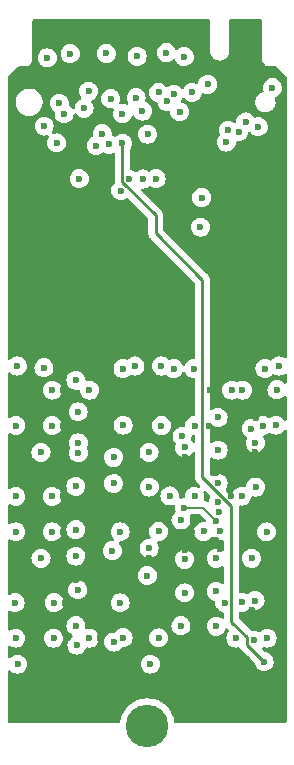
<source format=gbr>
%TF.GenerationSoftware,KiCad,Pcbnew,7.0.5*%
%TF.CreationDate,2023-09-01T16:08:52-05:00*%
%TF.ProjectId,Chimera_0004_Aurora,4368696d-6572-4615-9f30-3030345f4175,rev?*%
%TF.SameCoordinates,Original*%
%TF.FileFunction,Copper,L2,Inr*%
%TF.FilePolarity,Positive*%
%FSLAX46Y46*%
G04 Gerber Fmt 4.6, Leading zero omitted, Abs format (unit mm)*
G04 Created by KiCad (PCBNEW 7.0.5) date 2023-09-01 16:08:52*
%MOMM*%
%LPD*%
G01*
G04 APERTURE LIST*
%TA.AperFunction,ComponentPad*%
%ADD10C,3.600000*%
%TD*%
%TA.AperFunction,ViaPad*%
%ADD11C,0.600000*%
%TD*%
%TA.AperFunction,Conductor*%
%ADD12C,0.254000*%
%TD*%
%TA.AperFunction,Conductor*%
%ADD13C,0.152400*%
%TD*%
G04 APERTURE END LIST*
D10*
%TO.N,N/C*%
%TO.C,H1*%
X112500000Y-149900000D03*
%TD*%
D11*
%TO.N,LED_DO*%
X122400000Y-144500000D03*
X110400000Y-100600000D03*
%TO.N,+5V*%
X117100000Y-105200000D03*
X117000000Y-107700000D03*
%TO.N,Net-(LED56-DO)*%
X121500000Y-142672900D03*
X123645300Y-119459600D03*
%TO.N,Net-(LED50-DO)*%
X119047200Y-139500000D03*
X120552900Y-121502800D03*
%TO.N,Net-(LED41-DO)*%
X115443500Y-125400000D03*
X112750000Y-144702800D03*
%TO.N,Net-(LED34-DO)*%
X115649000Y-131449900D03*
X118344000Y-132565000D03*
%TO.N,Net-(LED32-DO)*%
X109650000Y-142827700D03*
X114740700Y-119692500D03*
%TO.N,Net-(LED26-DO)*%
X107600000Y-142500000D03*
X111455800Y-119459600D03*
%TO.N,Net-(LED18-DO)*%
X106533300Y-143100000D03*
X107600000Y-121500000D03*
%TO.N,Net-(LED10-DO)*%
X103750600Y-119599400D03*
X101514200Y-144702800D03*
%TO.N,LED_DI*%
X110250000Y-104607100D03*
%TO.N,Net-(CN1-20-Pad31)*%
X114156000Y-97054400D03*
X114125000Y-92928000D03*
%TO.N,Net-(CN1-20-Pad29)*%
X114748000Y-96463100D03*
%TO.N,Net-(CN1-1-Pad9)*%
X119343000Y-99507100D03*
%TO.N,Net-(CN1-20-Pad63)*%
X105985000Y-93010900D03*
%TO.N,Net-(CN1-1-Pad7)*%
X120251000Y-99629000D03*
%TO.N,Net-(CN1-1-Pad67)*%
X105045000Y-97221400D03*
%TO.N,Net-(CN1-20-Pad61)*%
X106750000Y-103598000D03*
%TO.N,Net-(CN1-20-Pad59)*%
X107144000Y-97644100D03*
%TO.N,Net-(CN1-20-Pad57)*%
X107524000Y-96199400D03*
%TO.N,Net-(CN1-20-Pad55)*%
X108174000Y-100800000D03*
%TO.N,Net-(CN1-20-Pad53)*%
X108696500Y-99795501D03*
%TO.N,Net-(CN1-20-Pad51)*%
X109283500Y-100700000D03*
X109038000Y-92998700D03*
%TO.N,Net-(CN1-20-Pad49)*%
X109404000Y-96835300D03*
%TO.N,Net-(CN1-20-Pad45)*%
X110400000Y-98100000D03*
%TO.N,Net-(CN1-20-Pad43)*%
X110951000Y-103640000D03*
%TO.N,+3V3*%
X123100000Y-95900000D03*
%TO.N,Net-(CN1-20-Pad41)*%
X111635000Y-93248200D03*
X111556000Y-96746600D03*
X112109000Y-103629000D03*
%TO.N,Net-(CN1-1-Pad73)*%
X103768000Y-99155600D03*
%TO.N,Net-(CN1-1-Pad71)*%
X104045000Y-93369500D03*
%TO.N,Net-(CN1-1-Pad69)*%
X104817000Y-100573000D03*
%TO.N,Net-(CN1-20-Pad39)*%
X112085000Y-97876300D03*
%TO.N,Net-(CN1-1-Pad5)*%
X120831000Y-98800000D03*
%TO.N,Net-(CN1-20-Pad37)*%
X112519000Y-99831700D03*
%TO.N,Net-(CN1-20-Pad35)*%
X113250000Y-103607000D03*
%TO.N,Net-(CN1-20-Pad33)*%
X113453000Y-96299800D03*
%TO.N,Net-(CN1-1-Pad66)*%
X105453500Y-98100000D03*
%TO.N,Net-(CN1-20-Pad27)*%
X115250000Y-97947800D03*
%TO.N,Net-(CN1-20-Pad25)*%
X115631000Y-93269900D03*
%TO.N,Net-(CN1-20-Pad23)*%
X116306000Y-96281400D03*
%TO.N,Net-(CN1-20-Pad21)*%
X117612000Y-95617700D03*
%TO.N,Net-(CN1-1-Pad11)*%
X119196000Y-100500000D03*
%TO.N,Net-(CN1-1-Pad3)*%
X121900000Y-99200000D03*
%TO.N,+5V*%
X101305000Y-139500000D03*
X101353400Y-142500000D03*
X103500000Y-135743400D03*
X104450000Y-133500000D03*
X106450000Y-135556500D03*
X106450000Y-129652200D03*
X106605600Y-138414100D03*
X106450000Y-141454700D03*
X106450000Y-133313100D03*
X106666600Y-125971500D03*
X101491900Y-119459600D03*
X101355000Y-133500000D03*
X101355000Y-130500000D03*
X101355000Y-124500000D03*
X113700000Y-124500000D03*
X113700000Y-119459600D03*
X116500000Y-124500000D03*
X119650000Y-121500000D03*
X122598200Y-133500400D03*
X119999800Y-142500000D03*
X122648100Y-142500000D03*
X104560900Y-142500000D03*
X106450000Y-120667800D03*
X104612200Y-139490200D03*
X104450000Y-130500000D03*
X103500000Y-126784000D03*
X104450000Y-121500000D03*
X104450000Y-124500000D03*
X110198400Y-139512700D03*
X110200000Y-133500000D03*
X115350000Y-132495300D03*
X114410000Y-130464900D03*
X118344500Y-138546100D03*
X118331400Y-135743400D03*
X117280000Y-133470000D03*
X116500000Y-130500000D03*
X120480000Y-139465000D03*
X121331000Y-135743400D03*
X118500000Y-131000000D03*
X120510000Y-130480000D03*
X121314400Y-124754100D03*
X123380000Y-124466900D03*
X123480000Y-121465000D03*
X118338000Y-141499200D03*
X115350000Y-141454700D03*
X106647600Y-123337700D03*
X110450000Y-119678500D03*
X113450000Y-133470400D03*
X115651900Y-126350400D03*
X110450000Y-124471700D03*
X110450000Y-142468700D03*
X112650900Y-134881900D03*
X109650000Y-127189600D03*
X112500000Y-137200000D03*
X109650000Y-129398800D03*
X113450000Y-142473800D03*
X115655200Y-135824700D03*
X112649500Y-126784000D03*
X116450000Y-119684600D03*
X115668000Y-138667400D03*
X109549000Y-135093400D03*
X112669900Y-129708000D03*
X118496600Y-123817700D03*
X118499100Y-126588100D03*
X122450000Y-119681400D03*
X121622000Y-139320000D03*
X118501200Y-129389400D03*
X122269800Y-124500000D03*
X118683700Y-133400000D03*
X121655700Y-125978600D03*
X121669900Y-129708000D03*
X106668700Y-126811200D03*
%TO.N,GND*%
X102923000Y-94656200D03*
X122200000Y-95300000D03*
X102401600Y-139500000D03*
X102559200Y-142500000D03*
X106448900Y-137553700D03*
X105350000Y-133500000D03*
X109650000Y-137378400D03*
X108500000Y-130500000D03*
X108500000Y-142500000D03*
X108500000Y-133500000D03*
X102400000Y-121500000D03*
X102680300Y-133500000D03*
X102750000Y-130500000D03*
X114701200Y-121501200D03*
X117778100Y-121500000D03*
X123151900Y-130500000D03*
X105766500Y-142500000D03*
X109343700Y-123763600D03*
X108700000Y-121500000D03*
X105350000Y-130500000D03*
X105350000Y-121500000D03*
X105350000Y-124500000D03*
X110580000Y-130476200D03*
X112500000Y-138800000D03*
X112652800Y-135743400D03*
X112666200Y-132536400D03*
X115657500Y-127162500D03*
X116470000Y-139470000D03*
X115653300Y-135015200D03*
X116320000Y-133479900D03*
X115594500Y-129800500D03*
X121500000Y-141146000D03*
X118653300Y-134983600D03*
X121500000Y-133128900D03*
X119550000Y-130481200D03*
X119550000Y-124500000D03*
X121661000Y-126784000D03*
X121666200Y-123848800D03*
X121652300Y-120555000D03*
X116520000Y-142480000D03*
X112664000Y-141454700D03*
X105550000Y-139525000D03*
X106348100Y-128496200D03*
X102550000Y-124509200D03*
X103329000Y-128419000D03*
X109359200Y-125669100D03*
X103337600Y-137378400D03*
X112329100Y-122191000D03*
X112340100Y-140180000D03*
X114550000Y-133532800D03*
X118353900Y-128546200D03*
X112351900Y-125003000D03*
X111550000Y-142518400D03*
X115350000Y-137440600D03*
X118600000Y-131800000D03*
X112335200Y-128546200D03*
X114550000Y-139535100D03*
X118349500Y-134170600D03*
X112347200Y-131172900D03*
X114918800Y-124519400D03*
X114550000Y-142532900D03*
X118347900Y-137433900D03*
X115334700Y-128601700D03*
X118348900Y-140171200D03*
X117728100Y-124515000D03*
X117295400Y-144307400D03*
X121336100Y-122435300D03*
X121351900Y-140088600D03*
X120903000Y-144305800D03*
X123882700Y-139467000D03*
X121335200Y-128546200D03*
X122269800Y-121500000D03*
X121346900Y-131471200D03*
X123550000Y-144302100D03*
X121339500Y-137378400D03*
X108550000Y-139525000D03*
X109338600Y-128400900D03*
%TD*%
D12*
%TO.N,LED_DO*%
X120946000Y-143046000D02*
X122400000Y-144500000D01*
X120946000Y-142443425D02*
X120946000Y-143046000D01*
X119601200Y-141098625D02*
X120946000Y-142443425D01*
X119601200Y-131317725D02*
X119601200Y-141098625D01*
X117174100Y-128890625D02*
X119601200Y-131317725D01*
X117174100Y-112174100D02*
X117174100Y-128890625D01*
X113200000Y-108200000D02*
X117174100Y-112174100D01*
X110397000Y-103897000D02*
X113200000Y-106700000D01*
X113200000Y-106700000D02*
X113200000Y-108200000D01*
X110397000Y-100603000D02*
X110397000Y-103897000D01*
X110400000Y-100600000D02*
X110397000Y-100603000D01*
D13*
%TO.N,Net-(LED34-DO)*%
X117228900Y-131449900D02*
X118344000Y-132565000D01*
X115649000Y-131449900D02*
X117228900Y-131449900D01*
%TD*%
%TA.AperFunction,Conductor*%
%TO.N,GND*%
G36*
X117767539Y-90120185D02*
G01*
X117813294Y-90172989D01*
X117824500Y-90224500D01*
X117824500Y-92884135D01*
X117851444Y-93010900D01*
X117859486Y-93048731D01*
X117927928Y-93202455D01*
X118026836Y-93338589D01*
X118026837Y-93338590D01*
X118026838Y-93338591D01*
X118026840Y-93338594D01*
X118102907Y-93407084D01*
X118151886Y-93451185D01*
X118297614Y-93535321D01*
X118297616Y-93535321D01*
X118297619Y-93535323D01*
X118338941Y-93548749D01*
X118457650Y-93587320D01*
X118625000Y-93604909D01*
X118792350Y-93587320D01*
X118952386Y-93535321D01*
X119098114Y-93451185D01*
X119199254Y-93360118D01*
X119223159Y-93338594D01*
X119223159Y-93338592D01*
X119223164Y-93338589D01*
X119322072Y-93202455D01*
X119390514Y-93048731D01*
X119425500Y-92884136D01*
X119425500Y-92800000D01*
X119425500Y-92760118D01*
X119425500Y-92735456D01*
X119425499Y-92735450D01*
X119425500Y-90224500D01*
X119445185Y-90157460D01*
X119497989Y-90111706D01*
X119549500Y-90100500D01*
X122100500Y-90100500D01*
X122167539Y-90120185D01*
X122213294Y-90172989D01*
X122224500Y-90224500D01*
X122224500Y-93360118D01*
X122224500Y-93400000D01*
X122224500Y-93468993D01*
X122224500Y-93468995D01*
X122224499Y-93468995D01*
X122251418Y-93604322D01*
X122251421Y-93604332D01*
X122304221Y-93731804D01*
X122304228Y-93731817D01*
X122380885Y-93846541D01*
X122380888Y-93846545D01*
X122478454Y-93944111D01*
X122478458Y-93944114D01*
X122593182Y-94020771D01*
X122593195Y-94020778D01*
X122676465Y-94055269D01*
X122720672Y-94073580D01*
X122720676Y-94073580D01*
X122720677Y-94073581D01*
X122856004Y-94100500D01*
X122856007Y-94100500D01*
X122902410Y-94100500D01*
X123365589Y-94100500D01*
X123432628Y-94120185D01*
X123453270Y-94136819D01*
X124263181Y-94946730D01*
X124296666Y-95008053D01*
X124299500Y-95034411D01*
X124299500Y-118700891D01*
X124279815Y-118767930D01*
X124227011Y-118813685D01*
X124157853Y-118823629D01*
X124109528Y-118805885D01*
X123994823Y-118733811D01*
X123824554Y-118674231D01*
X123824549Y-118674230D01*
X123645304Y-118654035D01*
X123645296Y-118654035D01*
X123466050Y-118674230D01*
X123466045Y-118674231D01*
X123295776Y-118733811D01*
X123143037Y-118829784D01*
X123015480Y-118957341D01*
X123013391Y-118959961D01*
X123011614Y-118961207D01*
X123010560Y-118962262D01*
X123010375Y-118962077D01*
X122956198Y-119000095D01*
X122886386Y-119002937D01*
X122850480Y-118987630D01*
X122799524Y-118955611D01*
X122629254Y-118896031D01*
X122629249Y-118896030D01*
X122450004Y-118875835D01*
X122449996Y-118875835D01*
X122270750Y-118896030D01*
X122270745Y-118896031D01*
X122100476Y-118955611D01*
X121947737Y-119051584D01*
X121820184Y-119179137D01*
X121724211Y-119331876D01*
X121664631Y-119502145D01*
X121664630Y-119502150D01*
X121644435Y-119681396D01*
X121644435Y-119681403D01*
X121664630Y-119860649D01*
X121664631Y-119860654D01*
X121724211Y-120030923D01*
X121760965Y-120089416D01*
X121820184Y-120183662D01*
X121947738Y-120311216D01*
X121969976Y-120325189D01*
X122096938Y-120404965D01*
X122100478Y-120407189D01*
X122262457Y-120463868D01*
X122270745Y-120466768D01*
X122270750Y-120466769D01*
X122449996Y-120486965D01*
X122450000Y-120486965D01*
X122450004Y-120486965D01*
X122629249Y-120466769D01*
X122629252Y-120466768D01*
X122629255Y-120466768D01*
X122799522Y-120407189D01*
X122952262Y-120311216D01*
X123079816Y-120183662D01*
X123079824Y-120183648D01*
X123081891Y-120181058D01*
X123083666Y-120179811D01*
X123084740Y-120178738D01*
X123084927Y-120178925D01*
X123139075Y-120140913D01*
X123208887Y-120138056D01*
X123244817Y-120153369D01*
X123295773Y-120185387D01*
X123295777Y-120185388D01*
X123295778Y-120185389D01*
X123430196Y-120232424D01*
X123466045Y-120244968D01*
X123466050Y-120244969D01*
X123645296Y-120265165D01*
X123645300Y-120265165D01*
X123645304Y-120265165D01*
X123824549Y-120244969D01*
X123824552Y-120244968D01*
X123824555Y-120244968D01*
X123994822Y-120185389D01*
X124109529Y-120113313D01*
X124176764Y-120094314D01*
X124243600Y-120114681D01*
X124288814Y-120167949D01*
X124299500Y-120218308D01*
X124299500Y-120853060D01*
X124279815Y-120920099D01*
X124227011Y-120965854D01*
X124157853Y-120975798D01*
X124094297Y-120946773D01*
X124087819Y-120940741D01*
X123982262Y-120835184D01*
X123829523Y-120739211D01*
X123659254Y-120679631D01*
X123659249Y-120679630D01*
X123480004Y-120659435D01*
X123479996Y-120659435D01*
X123300750Y-120679630D01*
X123300745Y-120679631D01*
X123130476Y-120739211D01*
X122977737Y-120835184D01*
X122850184Y-120962737D01*
X122754211Y-121115476D01*
X122694631Y-121285745D01*
X122694630Y-121285750D01*
X122674435Y-121464996D01*
X122674435Y-121465003D01*
X122694630Y-121644249D01*
X122694631Y-121644254D01*
X122754211Y-121814523D01*
X122842965Y-121955773D01*
X122850184Y-121967262D01*
X122977738Y-122094816D01*
X123130478Y-122190789D01*
X123238507Y-122228590D01*
X123300745Y-122250368D01*
X123300750Y-122250369D01*
X123479996Y-122270565D01*
X123480000Y-122270565D01*
X123480004Y-122270565D01*
X123659249Y-122250369D01*
X123659252Y-122250368D01*
X123659255Y-122250368D01*
X123829522Y-122190789D01*
X123982262Y-122094816D01*
X124087822Y-121989255D01*
X124149141Y-121955773D01*
X124218833Y-121960757D01*
X124274767Y-122002628D01*
X124299184Y-122068092D01*
X124299500Y-122076939D01*
X124299500Y-123995253D01*
X124279815Y-124062292D01*
X124227011Y-124108047D01*
X124157853Y-124117991D01*
X124094297Y-124088966D01*
X124070507Y-124061225D01*
X124009820Y-123964643D01*
X124009815Y-123964637D01*
X123882262Y-123837084D01*
X123729523Y-123741111D01*
X123559254Y-123681531D01*
X123559249Y-123681530D01*
X123380004Y-123661335D01*
X123379996Y-123661335D01*
X123200750Y-123681530D01*
X123200745Y-123681531D01*
X123030476Y-123741111D01*
X122877733Y-123837086D01*
X122876738Y-123837881D01*
X122875973Y-123838193D01*
X122871842Y-123840789D01*
X122871387Y-123840065D01*
X122812050Y-123864288D01*
X122743355Y-123851530D01*
X122733456Y-123845926D01*
X122619323Y-123774211D01*
X122449054Y-123714631D01*
X122449049Y-123714630D01*
X122269804Y-123694435D01*
X122269796Y-123694435D01*
X122090550Y-123714630D01*
X122090545Y-123714631D01*
X121920276Y-123774211D01*
X121767537Y-123870184D01*
X121767536Y-123870185D01*
X121678632Y-123959088D01*
X121617309Y-123992572D01*
X121549997Y-123988447D01*
X121493657Y-123968732D01*
X121493646Y-123968730D01*
X121314404Y-123948535D01*
X121314396Y-123948535D01*
X121135150Y-123968730D01*
X121135145Y-123968731D01*
X120964876Y-124028311D01*
X120812137Y-124124284D01*
X120684584Y-124251837D01*
X120588611Y-124404576D01*
X120529031Y-124574845D01*
X120529030Y-124574850D01*
X120508835Y-124754096D01*
X120508835Y-124754103D01*
X120529030Y-124933349D01*
X120529031Y-124933354D01*
X120588611Y-125103623D01*
X120682012Y-125252268D01*
X120684584Y-125256362D01*
X120812138Y-125383916D01*
X120840998Y-125402050D01*
X120902022Y-125440394D01*
X120948313Y-125492729D01*
X120958961Y-125561783D01*
X120941044Y-125611359D01*
X120929909Y-125629079D01*
X120870333Y-125799337D01*
X120870330Y-125799350D01*
X120850135Y-125978596D01*
X120850135Y-125978603D01*
X120870330Y-126157849D01*
X120870331Y-126157854D01*
X120929911Y-126328123D01*
X120980636Y-126408850D01*
X121025884Y-126480862D01*
X121153438Y-126608416D01*
X121190884Y-126631945D01*
X121299068Y-126699922D01*
X121306178Y-126704389D01*
X121403956Y-126738603D01*
X121476445Y-126763968D01*
X121476450Y-126763969D01*
X121655696Y-126784165D01*
X121655700Y-126784165D01*
X121655704Y-126784165D01*
X121834949Y-126763969D01*
X121834952Y-126763968D01*
X121834955Y-126763968D01*
X122005222Y-126704389D01*
X122157962Y-126608416D01*
X122285516Y-126480862D01*
X122381489Y-126328122D01*
X122441068Y-126157855D01*
X122441482Y-126154184D01*
X122461265Y-125978603D01*
X122461265Y-125978596D01*
X122441069Y-125799350D01*
X122441068Y-125799345D01*
X122435186Y-125782535D01*
X122381489Y-125629078D01*
X122289260Y-125482297D01*
X122270261Y-125415063D01*
X122290628Y-125348227D01*
X122343896Y-125303013D01*
X122380372Y-125293107D01*
X122449049Y-125285369D01*
X122449052Y-125285368D01*
X122449055Y-125285368D01*
X122619322Y-125225789D01*
X122772062Y-125129816D01*
X122772068Y-125129809D01*
X122773046Y-125129031D01*
X122773805Y-125128720D01*
X122777959Y-125126111D01*
X122778415Y-125126837D01*
X122837729Y-125102613D01*
X122906426Y-125115360D01*
X122916338Y-125120970D01*
X122930418Y-125129817D01*
X123030475Y-125192688D01*
X123200745Y-125252268D01*
X123200750Y-125252269D01*
X123379996Y-125272465D01*
X123380000Y-125272465D01*
X123380004Y-125272465D01*
X123559249Y-125252269D01*
X123559252Y-125252268D01*
X123559255Y-125252268D01*
X123729522Y-125192689D01*
X123882262Y-125096716D01*
X124009816Y-124969162D01*
X124070506Y-124872573D01*
X124122841Y-124826283D01*
X124191894Y-124815635D01*
X124255743Y-124844010D01*
X124294115Y-124902399D01*
X124299500Y-124938546D01*
X124299500Y-149575500D01*
X124279815Y-149642539D01*
X124227011Y-149688294D01*
X124175500Y-149699500D01*
X114907452Y-149699500D01*
X114840413Y-149679815D01*
X114794658Y-149627011D01*
X114785835Y-149599692D01*
X114771121Y-149525723D01*
X114726880Y-149303309D01*
X114629945Y-149017748D01*
X114496566Y-148747282D01*
X114329025Y-148496539D01*
X114130189Y-148269810D01*
X113903459Y-148070973D01*
X113652720Y-147903435D01*
X113652713Y-147903431D01*
X113382268Y-147770062D01*
X113382247Y-147770053D01*
X113096698Y-147673122D01*
X113096692Y-147673120D01*
X113096691Y-147673120D01*
X113096689Y-147673119D01*
X113096683Y-147673118D01*
X112800930Y-147614288D01*
X112800921Y-147614287D01*
X112800920Y-147614287D01*
X112500000Y-147594564D01*
X112499999Y-147594564D01*
X112349540Y-147604425D01*
X112199080Y-147614287D01*
X112199079Y-147614287D01*
X112199069Y-147614288D01*
X111903316Y-147673118D01*
X111903301Y-147673122D01*
X111617752Y-147770053D01*
X111617731Y-147770062D01*
X111347286Y-147903431D01*
X111347279Y-147903435D01*
X111096540Y-148070973D01*
X110869810Y-148269810D01*
X110670973Y-148496540D01*
X110503435Y-148747279D01*
X110503431Y-148747286D01*
X110370062Y-149017731D01*
X110370053Y-149017752D01*
X110273122Y-149303301D01*
X110273119Y-149303313D01*
X110214165Y-149599692D01*
X110181780Y-149661603D01*
X110121064Y-149696177D01*
X110092548Y-149699500D01*
X100824500Y-149699500D01*
X100757461Y-149679815D01*
X100711706Y-149627011D01*
X100700500Y-149575500D01*
X100700500Y-145320540D01*
X100720185Y-145253501D01*
X100772989Y-145207746D01*
X100842147Y-145197802D01*
X100905703Y-145226827D01*
X100912180Y-145232858D01*
X101011938Y-145332616D01*
X101164678Y-145428589D01*
X101334944Y-145488168D01*
X101334945Y-145488168D01*
X101334950Y-145488169D01*
X101514196Y-145508365D01*
X101514200Y-145508365D01*
X101514204Y-145508365D01*
X101693449Y-145488169D01*
X101693452Y-145488168D01*
X101693455Y-145488168D01*
X101863722Y-145428589D01*
X102016462Y-145332616D01*
X102144016Y-145205062D01*
X102239989Y-145052322D01*
X102299568Y-144882055D01*
X102299569Y-144882049D01*
X102319765Y-144702803D01*
X111944435Y-144702803D01*
X111964630Y-144882049D01*
X111964631Y-144882054D01*
X112024211Y-145052323D01*
X112115622Y-145197802D01*
X112120184Y-145205062D01*
X112247738Y-145332616D01*
X112400478Y-145428589D01*
X112570745Y-145488168D01*
X112570750Y-145488169D01*
X112749996Y-145508365D01*
X112750000Y-145508365D01*
X112750004Y-145508365D01*
X112929249Y-145488169D01*
X112929252Y-145488168D01*
X112929255Y-145488168D01*
X113099522Y-145428589D01*
X113252262Y-145332616D01*
X113379816Y-145205062D01*
X113475789Y-145052322D01*
X113535368Y-144882055D01*
X113535369Y-144882049D01*
X113555565Y-144702803D01*
X113555565Y-144702796D01*
X113535369Y-144523550D01*
X113535368Y-144523545D01*
X113475788Y-144353276D01*
X113379815Y-144200537D01*
X113252262Y-144072984D01*
X113099523Y-143977011D01*
X112929254Y-143917431D01*
X112929249Y-143917430D01*
X112750004Y-143897235D01*
X112749996Y-143897235D01*
X112570750Y-143917430D01*
X112570745Y-143917431D01*
X112400476Y-143977011D01*
X112247737Y-144072984D01*
X112120184Y-144200537D01*
X112024211Y-144353276D01*
X111964631Y-144523545D01*
X111964630Y-144523550D01*
X111944435Y-144702796D01*
X111944435Y-144702803D01*
X102319765Y-144702803D01*
X102319765Y-144702796D01*
X102299569Y-144523550D01*
X102299568Y-144523545D01*
X102239988Y-144353276D01*
X102144015Y-144200537D01*
X102016462Y-144072984D01*
X101863723Y-143977011D01*
X101693454Y-143917431D01*
X101693449Y-143917430D01*
X101514204Y-143897235D01*
X101514196Y-143897235D01*
X101334950Y-143917430D01*
X101334945Y-143917431D01*
X101164676Y-143977011D01*
X101011937Y-144072984D01*
X100912181Y-144172741D01*
X100850858Y-144206226D01*
X100781166Y-144201242D01*
X100725233Y-144159370D01*
X100700816Y-144093906D01*
X100700500Y-144085060D01*
X100700500Y-143259525D01*
X100720185Y-143192486D01*
X100772989Y-143146731D01*
X100842147Y-143136787D01*
X100890471Y-143154530D01*
X101003878Y-143225789D01*
X101158018Y-143279725D01*
X101174145Y-143285368D01*
X101174150Y-143285369D01*
X101353396Y-143305565D01*
X101353400Y-143305565D01*
X101353404Y-143305565D01*
X101532649Y-143285369D01*
X101532652Y-143285368D01*
X101532655Y-143285368D01*
X101702922Y-143225789D01*
X101855662Y-143129816D01*
X101983216Y-143002262D01*
X102079189Y-142849522D01*
X102138768Y-142679255D01*
X102142239Y-142648450D01*
X102158965Y-142500003D01*
X103755335Y-142500003D01*
X103775530Y-142679249D01*
X103775531Y-142679254D01*
X103835111Y-142849523D01*
X103908000Y-142965524D01*
X103931084Y-143002262D01*
X104058638Y-143129816D01*
X104211378Y-143225789D01*
X104364158Y-143279249D01*
X104381645Y-143285368D01*
X104381650Y-143285369D01*
X104560896Y-143305565D01*
X104560900Y-143305565D01*
X104560904Y-143305565D01*
X104740149Y-143285369D01*
X104740152Y-143285368D01*
X104740155Y-143285368D01*
X104910422Y-143225789D01*
X105063162Y-143129816D01*
X105190716Y-143002262D01*
X105286689Y-142849522D01*
X105346268Y-142679255D01*
X105349739Y-142648450D01*
X105366465Y-142500003D01*
X105366465Y-142499996D01*
X105346269Y-142320750D01*
X105346268Y-142320745D01*
X105318038Y-142240068D01*
X105286689Y-142150478D01*
X105270226Y-142124278D01*
X105218736Y-142042332D01*
X105190716Y-141997738D01*
X105063162Y-141870184D01*
X105029007Y-141848723D01*
X104910423Y-141774211D01*
X104740154Y-141714631D01*
X104740149Y-141714630D01*
X104560904Y-141694435D01*
X104560896Y-141694435D01*
X104381650Y-141714630D01*
X104381645Y-141714631D01*
X104211376Y-141774211D01*
X104058637Y-141870184D01*
X103931084Y-141997737D01*
X103835111Y-142150476D01*
X103775531Y-142320745D01*
X103775530Y-142320750D01*
X103755335Y-142499996D01*
X103755335Y-142500003D01*
X102158965Y-142500003D01*
X102158965Y-142499996D01*
X102138769Y-142320750D01*
X102138768Y-142320745D01*
X102110538Y-142240068D01*
X102079189Y-142150478D01*
X102062726Y-142124278D01*
X102011236Y-142042332D01*
X101983216Y-141997738D01*
X101855662Y-141870184D01*
X101821507Y-141848723D01*
X101702923Y-141774211D01*
X101532654Y-141714631D01*
X101532649Y-141714630D01*
X101353404Y-141694435D01*
X101353396Y-141694435D01*
X101174150Y-141714630D01*
X101174145Y-141714631D01*
X101003876Y-141774211D01*
X100890472Y-141845468D01*
X100823235Y-141864468D01*
X100756400Y-141844100D01*
X100711186Y-141790832D01*
X100700500Y-141740474D01*
X100700500Y-141454703D01*
X105644435Y-141454703D01*
X105664630Y-141633949D01*
X105664631Y-141633954D01*
X105724211Y-141804223D01*
X105813994Y-141947111D01*
X105820184Y-141956962D01*
X105947738Y-142084516D01*
X105975422Y-142101911D01*
X106100477Y-142180489D01*
X106108966Y-142183459D01*
X106165744Y-142224179D01*
X106191493Y-142289131D01*
X106178038Y-142357693D01*
X106133988Y-142405495D01*
X106031039Y-142470182D01*
X105903484Y-142597737D01*
X105807511Y-142750476D01*
X105747931Y-142920745D01*
X105747930Y-142920750D01*
X105727735Y-143099996D01*
X105727735Y-143100003D01*
X105747930Y-143279249D01*
X105747931Y-143279254D01*
X105807511Y-143449523D01*
X105845907Y-143510629D01*
X105903484Y-143602262D01*
X106031038Y-143729816D01*
X106183778Y-143825789D01*
X106310652Y-143870184D01*
X106354045Y-143885368D01*
X106354050Y-143885369D01*
X106533296Y-143905565D01*
X106533300Y-143905565D01*
X106533304Y-143905565D01*
X106712549Y-143885369D01*
X106712552Y-143885368D01*
X106712555Y-143885368D01*
X106882822Y-143825789D01*
X107035562Y-143729816D01*
X107163116Y-143602262D01*
X107259089Y-143449522D01*
X107287822Y-143367407D01*
X107328542Y-143310633D01*
X107393495Y-143284885D01*
X107418747Y-143285143D01*
X107599997Y-143305565D01*
X107600000Y-143305565D01*
X107600004Y-143305565D01*
X107779249Y-143285369D01*
X107779252Y-143285368D01*
X107779255Y-143285368D01*
X107949522Y-143225789D01*
X108102262Y-143129816D01*
X108229816Y-143002262D01*
X108325789Y-142849522D01*
X108333424Y-142827703D01*
X108844435Y-142827703D01*
X108864630Y-143006949D01*
X108864631Y-143006954D01*
X108924211Y-143177223D01*
X109000382Y-143298447D01*
X109020184Y-143329962D01*
X109147738Y-143457516D01*
X109300478Y-143553489D01*
X109439863Y-143602262D01*
X109470745Y-143613068D01*
X109470750Y-143613069D01*
X109649996Y-143633265D01*
X109650000Y-143633265D01*
X109650004Y-143633265D01*
X109829249Y-143613069D01*
X109829252Y-143613068D01*
X109829255Y-143613068D01*
X109999522Y-143553489D01*
X110152262Y-143457516D01*
X110279816Y-143329962D01*
X110282293Y-143326018D01*
X110334621Y-143279725D01*
X110401173Y-143268763D01*
X110450000Y-143274265D01*
X110450004Y-143274265D01*
X110629249Y-143254069D01*
X110629252Y-143254068D01*
X110629255Y-143254068D01*
X110799522Y-143194489D01*
X110952262Y-143098516D01*
X111079816Y-142970962D01*
X111175789Y-142818222D01*
X111235368Y-142647955D01*
X111252038Y-142500003D01*
X111254990Y-142473803D01*
X112644435Y-142473803D01*
X112664630Y-142653049D01*
X112664631Y-142653054D01*
X112724211Y-142823323D01*
X112816979Y-142970962D01*
X112820184Y-142976062D01*
X112947738Y-143103616D01*
X113016355Y-143146731D01*
X113092359Y-143194488D01*
X113100478Y-143199589D01*
X113246751Y-143250772D01*
X113270745Y-143259168D01*
X113270750Y-143259169D01*
X113449996Y-143279365D01*
X113450000Y-143279365D01*
X113450004Y-143279365D01*
X113629249Y-143259169D01*
X113629252Y-143259168D01*
X113629255Y-143259168D01*
X113799522Y-143199589D01*
X113952262Y-143103616D01*
X114079816Y-142976062D01*
X114175789Y-142823322D01*
X114235368Y-142653055D01*
X114235887Y-142648450D01*
X114255565Y-142473803D01*
X114255565Y-142473796D01*
X114235369Y-142294550D01*
X114235368Y-142294545D01*
X114177447Y-142129016D01*
X114175789Y-142124278D01*
X114174684Y-142122520D01*
X114111608Y-142022135D01*
X114079816Y-141971538D01*
X113952262Y-141843984D01*
X113944145Y-141838884D01*
X113799523Y-141748011D01*
X113629254Y-141688431D01*
X113629249Y-141688430D01*
X113450004Y-141668235D01*
X113449996Y-141668235D01*
X113270750Y-141688430D01*
X113270745Y-141688431D01*
X113100476Y-141748011D01*
X112947737Y-141843984D01*
X112820184Y-141971537D01*
X112724211Y-142124276D01*
X112664631Y-142294545D01*
X112664630Y-142294550D01*
X112644435Y-142473796D01*
X112644435Y-142473803D01*
X111254990Y-142473803D01*
X111255565Y-142468703D01*
X111255565Y-142468696D01*
X111235369Y-142289450D01*
X111235368Y-142289445D01*
X111212814Y-142224989D01*
X111175789Y-142119178D01*
X111164939Y-142101911D01*
X111123750Y-142036359D01*
X111079816Y-141966438D01*
X110952262Y-141838884D01*
X110941591Y-141832179D01*
X110799523Y-141742911D01*
X110629254Y-141683331D01*
X110629249Y-141683330D01*
X110450004Y-141663135D01*
X110449996Y-141663135D01*
X110270750Y-141683330D01*
X110270745Y-141683331D01*
X110100476Y-141742911D01*
X109947737Y-141838884D01*
X109820186Y-141966435D01*
X109820178Y-141966446D01*
X109817695Y-141970397D01*
X109765356Y-142016683D01*
X109698826Y-142027636D01*
X109650000Y-142022135D01*
X109649998Y-142022135D01*
X109649996Y-142022135D01*
X109470750Y-142042330D01*
X109470745Y-142042331D01*
X109300476Y-142101911D01*
X109147737Y-142197884D01*
X109020184Y-142325437D01*
X108924211Y-142478176D01*
X108864631Y-142648445D01*
X108864630Y-142648450D01*
X108844435Y-142827696D01*
X108844435Y-142827703D01*
X108333424Y-142827703D01*
X108385368Y-142679255D01*
X108388839Y-142648450D01*
X108405565Y-142500003D01*
X108405565Y-142499996D01*
X108385369Y-142320750D01*
X108385368Y-142320745D01*
X108357138Y-142240068D01*
X108325789Y-142150478D01*
X108309326Y-142124278D01*
X108257836Y-142042332D01*
X108229816Y-141997738D01*
X108102262Y-141870184D01*
X108068107Y-141848723D01*
X107949523Y-141774211D01*
X107779254Y-141714631D01*
X107779249Y-141714630D01*
X107600004Y-141694435D01*
X107599996Y-141694435D01*
X107420750Y-141714630D01*
X107420737Y-141714633D01*
X107404562Y-141720293D01*
X107334783Y-141723852D01*
X107274157Y-141689121D01*
X107241932Y-141627127D01*
X107240392Y-141589366D01*
X107255565Y-141454703D01*
X114544435Y-141454703D01*
X114564630Y-141633949D01*
X114564631Y-141633954D01*
X114624211Y-141804223D01*
X114713994Y-141947111D01*
X114720184Y-141956962D01*
X114847738Y-142084516D01*
X115000478Y-142180489D01*
X115125337Y-142224179D01*
X115170745Y-142240068D01*
X115170750Y-142240069D01*
X115349996Y-142260265D01*
X115350000Y-142260265D01*
X115350004Y-142260265D01*
X115529249Y-142240069D01*
X115529252Y-142240068D01*
X115529255Y-142240068D01*
X115699522Y-142180489D01*
X115852262Y-142084516D01*
X115979816Y-141956962D01*
X116075789Y-141804222D01*
X116135368Y-141633955D01*
X116135369Y-141633949D01*
X116155565Y-141454703D01*
X116155565Y-141454696D01*
X116135369Y-141275450D01*
X116135368Y-141275445D01*
X116091360Y-141149678D01*
X116075789Y-141105178D01*
X115979816Y-140952438D01*
X115852262Y-140824884D01*
X115792516Y-140787343D01*
X115699523Y-140728911D01*
X115529254Y-140669331D01*
X115529249Y-140669330D01*
X115350004Y-140649135D01*
X115349996Y-140649135D01*
X115170750Y-140669330D01*
X115170745Y-140669331D01*
X115000476Y-140728911D01*
X114847737Y-140824884D01*
X114720184Y-140952437D01*
X114624211Y-141105176D01*
X114564631Y-141275445D01*
X114564630Y-141275450D01*
X114544435Y-141454696D01*
X114544435Y-141454703D01*
X107255565Y-141454703D01*
X107255565Y-141454702D01*
X107255565Y-141454696D01*
X107235369Y-141275450D01*
X107235368Y-141275445D01*
X107191360Y-141149678D01*
X107175789Y-141105178D01*
X107079816Y-140952438D01*
X106952262Y-140824884D01*
X106892516Y-140787343D01*
X106799523Y-140728911D01*
X106629254Y-140669331D01*
X106629249Y-140669330D01*
X106450004Y-140649135D01*
X106449996Y-140649135D01*
X106270750Y-140669330D01*
X106270745Y-140669331D01*
X106100476Y-140728911D01*
X105947737Y-140824884D01*
X105820184Y-140952437D01*
X105724211Y-141105176D01*
X105664631Y-141275445D01*
X105664630Y-141275450D01*
X105644435Y-141454696D01*
X105644435Y-141454703D01*
X100700500Y-141454703D01*
X100700500Y-140289937D01*
X100720185Y-140222898D01*
X100772989Y-140177143D01*
X100842147Y-140167199D01*
X100890472Y-140184943D01*
X100955478Y-140225789D01*
X101097741Y-140275569D01*
X101125745Y-140285368D01*
X101125750Y-140285369D01*
X101304996Y-140305565D01*
X101305000Y-140305565D01*
X101305004Y-140305565D01*
X101484249Y-140285369D01*
X101484252Y-140285368D01*
X101484255Y-140285368D01*
X101654522Y-140225789D01*
X101807262Y-140129816D01*
X101934816Y-140002262D01*
X102030789Y-139849522D01*
X102090368Y-139679255D01*
X102091465Y-139669522D01*
X102110565Y-139500003D01*
X102110565Y-139499996D01*
X102109462Y-139490203D01*
X103806635Y-139490203D01*
X103826830Y-139669449D01*
X103826831Y-139669454D01*
X103886411Y-139839723D01*
X103900549Y-139862223D01*
X103982384Y-139992462D01*
X104109938Y-140120016D01*
X104262678Y-140215989D01*
X104382127Y-140257786D01*
X104432945Y-140275568D01*
X104432950Y-140275569D01*
X104612196Y-140295765D01*
X104612200Y-140295765D01*
X104612204Y-140295765D01*
X104791449Y-140275569D01*
X104791452Y-140275568D01*
X104791455Y-140275568D01*
X104961722Y-140215989D01*
X105114462Y-140120016D01*
X105242016Y-139992462D01*
X105337989Y-139839722D01*
X105397568Y-139669455D01*
X105415230Y-139512703D01*
X109392835Y-139512703D01*
X109413030Y-139691949D01*
X109413031Y-139691954D01*
X109472611Y-139862223D01*
X109527649Y-139949815D01*
X109568584Y-140014962D01*
X109696138Y-140142516D01*
X109848878Y-140238489D01*
X109987280Y-140286918D01*
X110019145Y-140298068D01*
X110019150Y-140298069D01*
X110198396Y-140318265D01*
X110198400Y-140318265D01*
X110198404Y-140318265D01*
X110377649Y-140298069D01*
X110377652Y-140298068D01*
X110377655Y-140298068D01*
X110547922Y-140238489D01*
X110700662Y-140142516D01*
X110828216Y-140014962D01*
X110924189Y-139862222D01*
X110983768Y-139691955D01*
X110985200Y-139679249D01*
X111003965Y-139512703D01*
X111003965Y-139512696D01*
X110983769Y-139333450D01*
X110983768Y-139333445D01*
X110962229Y-139271889D01*
X110924189Y-139163178D01*
X110910093Y-139140745D01*
X110852045Y-139048362D01*
X110828216Y-139010438D01*
X110700662Y-138882884D01*
X110680450Y-138870184D01*
X110547923Y-138786911D01*
X110377654Y-138727331D01*
X110377649Y-138727330D01*
X110198404Y-138707135D01*
X110198396Y-138707135D01*
X110019150Y-138727330D01*
X110019145Y-138727331D01*
X109848876Y-138786911D01*
X109696137Y-138882884D01*
X109568584Y-139010437D01*
X109472611Y-139163176D01*
X109413031Y-139333445D01*
X109413030Y-139333450D01*
X109392835Y-139512696D01*
X109392835Y-139512703D01*
X105415230Y-139512703D01*
X105415230Y-139512700D01*
X105417765Y-139490203D01*
X105417765Y-139490196D01*
X105397569Y-139310950D01*
X105397568Y-139310945D01*
X105358561Y-139199469D01*
X105337989Y-139140678D01*
X105242016Y-138987938D01*
X105114462Y-138860384D01*
X105114461Y-138860384D01*
X104961723Y-138764411D01*
X104791454Y-138704831D01*
X104791449Y-138704830D01*
X104612204Y-138684635D01*
X104612196Y-138684635D01*
X104432950Y-138704830D01*
X104432945Y-138704831D01*
X104262676Y-138764411D01*
X104109937Y-138860384D01*
X103982384Y-138987937D01*
X103886411Y-139140676D01*
X103826831Y-139310945D01*
X103826830Y-139310950D01*
X103806635Y-139490196D01*
X103806635Y-139490203D01*
X102109462Y-139490203D01*
X102090369Y-139320750D01*
X102090368Y-139320745D01*
X102082134Y-139297215D01*
X102030789Y-139150478D01*
X102024676Y-139140750D01*
X101966625Y-139048362D01*
X101934816Y-138997738D01*
X101807262Y-138870184D01*
X101807261Y-138870183D01*
X101654523Y-138774211D01*
X101484254Y-138714631D01*
X101484249Y-138714630D01*
X101305004Y-138694435D01*
X101304996Y-138694435D01*
X101125750Y-138714630D01*
X101125745Y-138714631D01*
X100955474Y-138774212D01*
X100890471Y-138815056D01*
X100823234Y-138834056D01*
X100756399Y-138813688D01*
X100711186Y-138760420D01*
X100700500Y-138710062D01*
X100700500Y-138414103D01*
X105800035Y-138414103D01*
X105820230Y-138593349D01*
X105820231Y-138593354D01*
X105879811Y-138763623D01*
X105946768Y-138870184D01*
X105975784Y-138916362D01*
X106103338Y-139043916D01*
X106256078Y-139139889D01*
X106426345Y-139199467D01*
X106426345Y-139199468D01*
X106426350Y-139199469D01*
X106605596Y-139219665D01*
X106605600Y-139219665D01*
X106605604Y-139219665D01*
X106784849Y-139199469D01*
X106784852Y-139199468D01*
X106784855Y-139199468D01*
X106955122Y-139139889D01*
X107107862Y-139043916D01*
X107235416Y-138916362D01*
X107331389Y-138763622D01*
X107365057Y-138667403D01*
X114862435Y-138667403D01*
X114882630Y-138846649D01*
X114882631Y-138846654D01*
X114942211Y-139016923D01*
X114959172Y-139043916D01*
X115038184Y-139169662D01*
X115165738Y-139297216D01*
X115318478Y-139393189D01*
X115442511Y-139436590D01*
X115488745Y-139452768D01*
X115488750Y-139452769D01*
X115667996Y-139472965D01*
X115668000Y-139472965D01*
X115668004Y-139472965D01*
X115847249Y-139452769D01*
X115847252Y-139452768D01*
X115847255Y-139452768D01*
X116017522Y-139393189D01*
X116170262Y-139297216D01*
X116297816Y-139169662D01*
X116393789Y-139016922D01*
X116453368Y-138846655D01*
X116453369Y-138846649D01*
X116473565Y-138667403D01*
X116473565Y-138667396D01*
X116453369Y-138488150D01*
X116453368Y-138488145D01*
X116393789Y-138317878D01*
X116297816Y-138165138D01*
X116170262Y-138037584D01*
X116119304Y-138005565D01*
X116017523Y-137941611D01*
X115847254Y-137882031D01*
X115847249Y-137882030D01*
X115668004Y-137861835D01*
X115667996Y-137861835D01*
X115488750Y-137882030D01*
X115488745Y-137882031D01*
X115318476Y-137941611D01*
X115165737Y-138037584D01*
X115038184Y-138165137D01*
X114942211Y-138317876D01*
X114882631Y-138488145D01*
X114882630Y-138488150D01*
X114862435Y-138667396D01*
X114862435Y-138667403D01*
X107365057Y-138667403D01*
X107390968Y-138593355D01*
X107390969Y-138593349D01*
X107411165Y-138414103D01*
X107411165Y-138414096D01*
X107390969Y-138234850D01*
X107390968Y-138234845D01*
X107331388Y-138064576D01*
X107281618Y-137985368D01*
X107235416Y-137911838D01*
X107107862Y-137784284D01*
X107038236Y-137740535D01*
X106955123Y-137688311D01*
X106784854Y-137628731D01*
X106784849Y-137628730D01*
X106605604Y-137608535D01*
X106605596Y-137608535D01*
X106426350Y-137628730D01*
X106426345Y-137628731D01*
X106256076Y-137688311D01*
X106103337Y-137784284D01*
X105975784Y-137911837D01*
X105879811Y-138064576D01*
X105820231Y-138234845D01*
X105820230Y-138234850D01*
X105800035Y-138414096D01*
X105800035Y-138414103D01*
X100700500Y-138414103D01*
X100700500Y-137200003D01*
X111694435Y-137200003D01*
X111714630Y-137379249D01*
X111714631Y-137379254D01*
X111774211Y-137549523D01*
X111823981Y-137628731D01*
X111870184Y-137702262D01*
X111997738Y-137829816D01*
X112011912Y-137838722D01*
X112128273Y-137911837D01*
X112150478Y-137925789D01*
X112195695Y-137941611D01*
X112320745Y-137985368D01*
X112320750Y-137985369D01*
X112499996Y-138005565D01*
X112500000Y-138005565D01*
X112500004Y-138005565D01*
X112679249Y-137985369D01*
X112679252Y-137985368D01*
X112679255Y-137985368D01*
X112849522Y-137925789D01*
X113002262Y-137829816D01*
X113129816Y-137702262D01*
X113225789Y-137549522D01*
X113285368Y-137379255D01*
X113305565Y-137200000D01*
X113285368Y-137020745D01*
X113225789Y-136850478D01*
X113129816Y-136697738D01*
X113002262Y-136570184D01*
X112968492Y-136548965D01*
X112849523Y-136474211D01*
X112679254Y-136414631D01*
X112679249Y-136414630D01*
X112500004Y-136394435D01*
X112499996Y-136394435D01*
X112320750Y-136414630D01*
X112320745Y-136414631D01*
X112150476Y-136474211D01*
X111997737Y-136570184D01*
X111870184Y-136697737D01*
X111774211Y-136850476D01*
X111714631Y-137020745D01*
X111714630Y-137020750D01*
X111694435Y-137199996D01*
X111694435Y-137200003D01*
X100700500Y-137200003D01*
X100700500Y-135743403D01*
X102694435Y-135743403D01*
X102714630Y-135922649D01*
X102714631Y-135922654D01*
X102774211Y-136092923D01*
X102825295Y-136174222D01*
X102870184Y-136245662D01*
X102997738Y-136373216D01*
X103150478Y-136469189D01*
X103265923Y-136509585D01*
X103320745Y-136528768D01*
X103320750Y-136528769D01*
X103499996Y-136548965D01*
X103500000Y-136548965D01*
X103500004Y-136548965D01*
X103679249Y-136528769D01*
X103679252Y-136528768D01*
X103679255Y-136528768D01*
X103849522Y-136469189D01*
X104002262Y-136373216D01*
X104129816Y-136245662D01*
X104225789Y-136092922D01*
X104285368Y-135922655D01*
X104287242Y-135906022D01*
X104305565Y-135743403D01*
X104305565Y-135743396D01*
X104285369Y-135564150D01*
X104285368Y-135564145D01*
X104282694Y-135556503D01*
X105644435Y-135556503D01*
X105664630Y-135735749D01*
X105664631Y-135735754D01*
X105724211Y-135906023D01*
X105785746Y-136003954D01*
X105820184Y-136058762D01*
X105947738Y-136186316D01*
X106010565Y-136225793D01*
X106042186Y-136245662D01*
X106100478Y-136282289D01*
X106228146Y-136326962D01*
X106270745Y-136341868D01*
X106270750Y-136341869D01*
X106449996Y-136362065D01*
X106450000Y-136362065D01*
X106450004Y-136362065D01*
X106629249Y-136341869D01*
X106629252Y-136341868D01*
X106629255Y-136341868D01*
X106799522Y-136282289D01*
X106952262Y-136186316D01*
X107079816Y-136058762D01*
X107175789Y-135906022D01*
X107235368Y-135735755D01*
X107240809Y-135687465D01*
X107255565Y-135556503D01*
X107255565Y-135556496D01*
X107235369Y-135377250D01*
X107235368Y-135377245D01*
X107187742Y-135241137D01*
X107175789Y-135206978D01*
X107104425Y-135093403D01*
X108743435Y-135093403D01*
X108763630Y-135272649D01*
X108763631Y-135272654D01*
X108823211Y-135442923D01*
X108899384Y-135564150D01*
X108919184Y-135595662D01*
X109046738Y-135723216D01*
X109199478Y-135819189D01*
X109369744Y-135878767D01*
X109369745Y-135878768D01*
X109369750Y-135878769D01*
X109548996Y-135898965D01*
X109549000Y-135898965D01*
X109549004Y-135898965D01*
X109728249Y-135878769D01*
X109728252Y-135878768D01*
X109728255Y-135878768D01*
X109882764Y-135824703D01*
X114849635Y-135824703D01*
X114869830Y-136003949D01*
X114869831Y-136003954D01*
X114929411Y-136174223D01*
X114997313Y-136282288D01*
X115025384Y-136326962D01*
X115152938Y-136454516D01*
X115240580Y-136509585D01*
X115303252Y-136548965D01*
X115305678Y-136550489D01*
X115475944Y-136610068D01*
X115475945Y-136610068D01*
X115475950Y-136610069D01*
X115655196Y-136630265D01*
X115655200Y-136630265D01*
X115655204Y-136630265D01*
X115834449Y-136610069D01*
X115834452Y-136610068D01*
X115834455Y-136610068D01*
X116004722Y-136550489D01*
X116157462Y-136454516D01*
X116285016Y-136326962D01*
X116380989Y-136174222D01*
X116440568Y-136003955D01*
X116440569Y-136003949D01*
X116460765Y-135824703D01*
X116460765Y-135824696D01*
X116440569Y-135645450D01*
X116440568Y-135645445D01*
X116380988Y-135475176D01*
X116329905Y-135393878D01*
X116285016Y-135322438D01*
X116157462Y-135194884D01*
X116157462Y-135194883D01*
X116004723Y-135098911D01*
X115834454Y-135039331D01*
X115834449Y-135039330D01*
X115655204Y-135019135D01*
X115655196Y-135019135D01*
X115475950Y-135039330D01*
X115475945Y-135039331D01*
X115305676Y-135098911D01*
X115152937Y-135194884D01*
X115025384Y-135322437D01*
X114929411Y-135475176D01*
X114869831Y-135645445D01*
X114869830Y-135645450D01*
X114849635Y-135824696D01*
X114849635Y-135824703D01*
X109882764Y-135824703D01*
X109898522Y-135819189D01*
X110051262Y-135723216D01*
X110178816Y-135595662D01*
X110274789Y-135442922D01*
X110334368Y-135272655D01*
X110337919Y-135241138D01*
X110354565Y-135093403D01*
X110354565Y-135093396D01*
X110334369Y-134914150D01*
X110334368Y-134914145D01*
X110323086Y-134881903D01*
X111845335Y-134881903D01*
X111865530Y-135061149D01*
X111865531Y-135061154D01*
X111925111Y-135231423D01*
X111982300Y-135322438D01*
X112021084Y-135384162D01*
X112148638Y-135511716D01*
X112301378Y-135607689D01*
X112409293Y-135645450D01*
X112471645Y-135667268D01*
X112471650Y-135667269D01*
X112650896Y-135687465D01*
X112650900Y-135687465D01*
X112650904Y-135687465D01*
X112830149Y-135667269D01*
X112830152Y-135667268D01*
X112830155Y-135667268D01*
X113000422Y-135607689D01*
X113153162Y-135511716D01*
X113280716Y-135384162D01*
X113376689Y-135231422D01*
X113436268Y-135061155D01*
X113436269Y-135061149D01*
X113456465Y-134881903D01*
X113456465Y-134881896D01*
X113436269Y-134702650D01*
X113436268Y-134702645D01*
X113397250Y-134591138D01*
X113376689Y-134532378D01*
X113334704Y-134465560D01*
X113315705Y-134398325D01*
X113336073Y-134331489D01*
X113389340Y-134286275D01*
X113443036Y-134277995D01*
X113443036Y-134275965D01*
X113450004Y-134275965D01*
X113629249Y-134255769D01*
X113629252Y-134255768D01*
X113629255Y-134255768D01*
X113799522Y-134196189D01*
X113952262Y-134100216D01*
X114079816Y-133972662D01*
X114175789Y-133819922D01*
X114235368Y-133649655D01*
X114235413Y-133649255D01*
X114255565Y-133470403D01*
X114255565Y-133470396D01*
X114235369Y-133291150D01*
X114235368Y-133291145D01*
X114177272Y-133125116D01*
X114175789Y-133120878D01*
X114175536Y-133120476D01*
X114098666Y-132998138D01*
X114079816Y-132968138D01*
X113952262Y-132840584D01*
X113904920Y-132810837D01*
X113799523Y-132744611D01*
X113629254Y-132685031D01*
X113629249Y-132685030D01*
X113450004Y-132664835D01*
X113449996Y-132664835D01*
X113270750Y-132685030D01*
X113270745Y-132685031D01*
X113100476Y-132744611D01*
X112947737Y-132840584D01*
X112820184Y-132968137D01*
X112724211Y-133120876D01*
X112664631Y-133291145D01*
X112664630Y-133291150D01*
X112644435Y-133470396D01*
X112644435Y-133470403D01*
X112664630Y-133649649D01*
X112664631Y-133649654D01*
X112724211Y-133819923D01*
X112766194Y-133886738D01*
X112785194Y-133953975D01*
X112764826Y-134020810D01*
X112711558Y-134066024D01*
X112657864Y-134074310D01*
X112657864Y-134076335D01*
X112650896Y-134076335D01*
X112471650Y-134096530D01*
X112471645Y-134096531D01*
X112301376Y-134156111D01*
X112148637Y-134252084D01*
X112021084Y-134379637D01*
X111925111Y-134532376D01*
X111865531Y-134702645D01*
X111865530Y-134702650D01*
X111845335Y-134881896D01*
X111845335Y-134881903D01*
X110323086Y-134881903D01*
X110305173Y-134830711D01*
X110274789Y-134743878D01*
X110178816Y-134591138D01*
X110104869Y-134517191D01*
X110071384Y-134455868D01*
X110076368Y-134386176D01*
X110118240Y-134330243D01*
X110183704Y-134305826D01*
X110193036Y-134306018D01*
X110193036Y-134305565D01*
X110200004Y-134305565D01*
X110379249Y-134285369D01*
X110379252Y-134285368D01*
X110379255Y-134285368D01*
X110549522Y-134225789D01*
X110702262Y-134129816D01*
X110829816Y-134002262D01*
X110925789Y-133849522D01*
X110985368Y-133679255D01*
X110988703Y-133649655D01*
X111005565Y-133500003D01*
X111005565Y-133499996D01*
X110985369Y-133320750D01*
X110985368Y-133320745D01*
X110975012Y-133291150D01*
X110925789Y-133150478D01*
X110909852Y-133125115D01*
X110830067Y-132998138D01*
X110829816Y-132997738D01*
X110702262Y-132870184D01*
X110662351Y-132845106D01*
X110549523Y-132774211D01*
X110379254Y-132714631D01*
X110379249Y-132714630D01*
X110200004Y-132694435D01*
X110199996Y-132694435D01*
X110020750Y-132714630D01*
X110020745Y-132714631D01*
X109850476Y-132774211D01*
X109697737Y-132870184D01*
X109570184Y-132997737D01*
X109474211Y-133150476D01*
X109414631Y-133320745D01*
X109414630Y-133320750D01*
X109394435Y-133499996D01*
X109394435Y-133500003D01*
X109414630Y-133679249D01*
X109414631Y-133679254D01*
X109474211Y-133849523D01*
X109570184Y-134002262D01*
X109644130Y-134076208D01*
X109677615Y-134137531D01*
X109672631Y-134207223D01*
X109630759Y-134263156D01*
X109565295Y-134287573D01*
X109555964Y-134287388D01*
X109555964Y-134287835D01*
X109548996Y-134287835D01*
X109369750Y-134308030D01*
X109369745Y-134308031D01*
X109199476Y-134367611D01*
X109046737Y-134463584D01*
X108919184Y-134591137D01*
X108823211Y-134743876D01*
X108763631Y-134914145D01*
X108763630Y-134914150D01*
X108743435Y-135093396D01*
X108743435Y-135093403D01*
X107104425Y-135093403D01*
X107079816Y-135054238D01*
X106952262Y-134926684D01*
X106880989Y-134881900D01*
X106799523Y-134830711D01*
X106629254Y-134771131D01*
X106629249Y-134771130D01*
X106450004Y-134750935D01*
X106449996Y-134750935D01*
X106270750Y-134771130D01*
X106270745Y-134771131D01*
X106100476Y-134830711D01*
X105947737Y-134926684D01*
X105820184Y-135054237D01*
X105724211Y-135206976D01*
X105664631Y-135377245D01*
X105664630Y-135377250D01*
X105644435Y-135556496D01*
X105644435Y-135556503D01*
X104282694Y-135556503D01*
X104254236Y-135475176D01*
X104225789Y-135393878D01*
X104129816Y-135241138D01*
X104002262Y-135113584D01*
X103970144Y-135093403D01*
X103849523Y-135017611D01*
X103679254Y-134958031D01*
X103679249Y-134958030D01*
X103500004Y-134937835D01*
X103499996Y-134937835D01*
X103320750Y-134958030D01*
X103320745Y-134958031D01*
X103150476Y-135017611D01*
X102997737Y-135113584D01*
X102870184Y-135241137D01*
X102774211Y-135393876D01*
X102714631Y-135564145D01*
X102714630Y-135564150D01*
X102694435Y-135743396D01*
X102694435Y-135743403D01*
X100700500Y-135743403D01*
X100700500Y-134258519D01*
X100720185Y-134191480D01*
X100772989Y-134145725D01*
X100842147Y-134135781D01*
X100890471Y-134153525D01*
X100931774Y-134179478D01*
X101005475Y-134225788D01*
X101175745Y-134285368D01*
X101175750Y-134285369D01*
X101354996Y-134305565D01*
X101355000Y-134305565D01*
X101355004Y-134305565D01*
X101534249Y-134285369D01*
X101534252Y-134285368D01*
X101534255Y-134285368D01*
X101704522Y-134225789D01*
X101857262Y-134129816D01*
X101984816Y-134002262D01*
X102080789Y-133849522D01*
X102140368Y-133679255D01*
X102143703Y-133649655D01*
X102160565Y-133500003D01*
X103644435Y-133500003D01*
X103664630Y-133679249D01*
X103664631Y-133679254D01*
X103724211Y-133849523D01*
X103797912Y-133966816D01*
X103820184Y-134002262D01*
X103947738Y-134129816D01*
X104100478Y-134225789D01*
X104163468Y-134247830D01*
X104270745Y-134285368D01*
X104270750Y-134285369D01*
X104449996Y-134305565D01*
X104450000Y-134305565D01*
X104450004Y-134305565D01*
X104629249Y-134285369D01*
X104629252Y-134285368D01*
X104629255Y-134285368D01*
X104799522Y-134225789D01*
X104952262Y-134129816D01*
X105079816Y-134002262D01*
X105175789Y-133849522D01*
X105235368Y-133679255D01*
X105238703Y-133649655D01*
X105255565Y-133500003D01*
X105255565Y-133499996D01*
X105235369Y-133320750D01*
X105235368Y-133320745D01*
X105232694Y-133313103D01*
X105644435Y-133313103D01*
X105664630Y-133492349D01*
X105664631Y-133492354D01*
X105724211Y-133662623D01*
X105820184Y-133815361D01*
X105820184Y-133815362D01*
X105947738Y-133942916D01*
X106038080Y-133999681D01*
X106042186Y-134002262D01*
X106100478Y-134038889D01*
X106207130Y-134076208D01*
X106270745Y-134098468D01*
X106270750Y-134098469D01*
X106449996Y-134118665D01*
X106450000Y-134118665D01*
X106450004Y-134118665D01*
X106629249Y-134098469D01*
X106629252Y-134098468D01*
X106629255Y-134098468D01*
X106799522Y-134038889D01*
X106952262Y-133942916D01*
X107079816Y-133815362D01*
X107175789Y-133662622D01*
X107235368Y-133492355D01*
X107235369Y-133492349D01*
X107255565Y-133313103D01*
X107255565Y-133313096D01*
X107235369Y-133133850D01*
X107235368Y-133133845D01*
X107187882Y-132998138D01*
X107175789Y-132963578D01*
X107079816Y-132810838D01*
X106952262Y-132683284D01*
X106891294Y-132644975D01*
X106799523Y-132587311D01*
X106629254Y-132527731D01*
X106629249Y-132527730D01*
X106450004Y-132507535D01*
X106449996Y-132507535D01*
X106270750Y-132527730D01*
X106270745Y-132527731D01*
X106100476Y-132587311D01*
X105947737Y-132683284D01*
X105820184Y-132810837D01*
X105724211Y-132963576D01*
X105664631Y-133133845D01*
X105664630Y-133133850D01*
X105644435Y-133313096D01*
X105644435Y-133313103D01*
X105232694Y-133313103D01*
X105225012Y-133291150D01*
X105175789Y-133150478D01*
X105159852Y-133125115D01*
X105080067Y-132998138D01*
X105079816Y-132997738D01*
X104952262Y-132870184D01*
X104912351Y-132845106D01*
X104799523Y-132774211D01*
X104629254Y-132714631D01*
X104629249Y-132714630D01*
X104450004Y-132694435D01*
X104449996Y-132694435D01*
X104270750Y-132714630D01*
X104270745Y-132714631D01*
X104100476Y-132774211D01*
X103947737Y-132870184D01*
X103820184Y-132997737D01*
X103724211Y-133150476D01*
X103664631Y-133320745D01*
X103664630Y-133320750D01*
X103644435Y-133499996D01*
X103644435Y-133500003D01*
X102160565Y-133500003D01*
X102160565Y-133499996D01*
X102140369Y-133320750D01*
X102140368Y-133320745D01*
X102130012Y-133291150D01*
X102080789Y-133150478D01*
X102064852Y-133125115D01*
X101985067Y-132998138D01*
X101984816Y-132997738D01*
X101857262Y-132870184D01*
X101817351Y-132845106D01*
X101704523Y-132774211D01*
X101534254Y-132714631D01*
X101534249Y-132714630D01*
X101355004Y-132694435D01*
X101354996Y-132694435D01*
X101175750Y-132714630D01*
X101175745Y-132714631D01*
X101005476Y-132774211D01*
X100890472Y-132846474D01*
X100823235Y-132865474D01*
X100756400Y-132845106D01*
X100711186Y-132791838D01*
X100700500Y-132741480D01*
X100700500Y-131258519D01*
X100720185Y-131191480D01*
X100772989Y-131145725D01*
X100842147Y-131135781D01*
X100890471Y-131153525D01*
X100931774Y-131179478D01*
X101005475Y-131225788D01*
X101175745Y-131285368D01*
X101175750Y-131285369D01*
X101354996Y-131305565D01*
X101355000Y-131305565D01*
X101355004Y-131305565D01*
X101534249Y-131285369D01*
X101534252Y-131285368D01*
X101534255Y-131285368D01*
X101704522Y-131225789D01*
X101857262Y-131129816D01*
X101984816Y-131002262D01*
X102080789Y-130849522D01*
X102140368Y-130679255D01*
X102142027Y-130664530D01*
X102160565Y-130500003D01*
X103644435Y-130500003D01*
X103664630Y-130679249D01*
X103664631Y-130679254D01*
X103724211Y-130849523D01*
X103798129Y-130967162D01*
X103820184Y-131002262D01*
X103947738Y-131129816D01*
X104038080Y-131186581D01*
X104077100Y-131211100D01*
X104100478Y-131225789D01*
X104250400Y-131278249D01*
X104270745Y-131285368D01*
X104270750Y-131285369D01*
X104449996Y-131305565D01*
X104450000Y-131305565D01*
X104450004Y-131305565D01*
X104629249Y-131285369D01*
X104629252Y-131285368D01*
X104629255Y-131285368D01*
X104799522Y-131225789D01*
X104952262Y-131129816D01*
X105079816Y-131002262D01*
X105175789Y-130849522D01*
X105235368Y-130679255D01*
X105237027Y-130664530D01*
X105255565Y-130500003D01*
X105255565Y-130499996D01*
X105235369Y-130320750D01*
X105235368Y-130320745D01*
X105187578Y-130184169D01*
X105175789Y-130150478D01*
X105163223Y-130130480D01*
X105117381Y-130057522D01*
X105079816Y-129997738D01*
X104952262Y-129870184D01*
X104896401Y-129835084D01*
X104799523Y-129774211D01*
X104629254Y-129714631D01*
X104629249Y-129714630D01*
X104450004Y-129694435D01*
X104449996Y-129694435D01*
X104270750Y-129714630D01*
X104270745Y-129714631D01*
X104100476Y-129774211D01*
X103947737Y-129870184D01*
X103820184Y-129997737D01*
X103724211Y-130150476D01*
X103664631Y-130320745D01*
X103664630Y-130320750D01*
X103644435Y-130499996D01*
X103644435Y-130500003D01*
X102160565Y-130500003D01*
X102160565Y-130499996D01*
X102140369Y-130320750D01*
X102140368Y-130320745D01*
X102092578Y-130184169D01*
X102080789Y-130150478D01*
X102068223Y-130130480D01*
X102022381Y-130057522D01*
X101984816Y-129997738D01*
X101857262Y-129870184D01*
X101801401Y-129835084D01*
X101704523Y-129774211D01*
X101534254Y-129714631D01*
X101534249Y-129714630D01*
X101355004Y-129694435D01*
X101354996Y-129694435D01*
X101175750Y-129714630D01*
X101175745Y-129714631D01*
X101005476Y-129774211D01*
X100890472Y-129846474D01*
X100823235Y-129865474D01*
X100756400Y-129845106D01*
X100711186Y-129791838D01*
X100700500Y-129741480D01*
X100700500Y-129652203D01*
X105644435Y-129652203D01*
X105664630Y-129831449D01*
X105664631Y-129831454D01*
X105724211Y-130001723D01*
X105805114Y-130130478D01*
X105820184Y-130154462D01*
X105947738Y-130282016D01*
X106100478Y-130377989D01*
X106201431Y-130413314D01*
X106270745Y-130437568D01*
X106270750Y-130437569D01*
X106449996Y-130457765D01*
X106450000Y-130457765D01*
X106450004Y-130457765D01*
X106629249Y-130437569D01*
X106629252Y-130437568D01*
X106629255Y-130437568D01*
X106799522Y-130377989D01*
X106952262Y-130282016D01*
X107079816Y-130154462D01*
X107175789Y-130001722D01*
X107235368Y-129831455D01*
X107241818Y-129774211D01*
X107255565Y-129652203D01*
X107255565Y-129652196D01*
X107235369Y-129472950D01*
X107235368Y-129472945D01*
X107235367Y-129472944D01*
X107209424Y-129398803D01*
X108844435Y-129398803D01*
X108864630Y-129578049D01*
X108864631Y-129578054D01*
X108924211Y-129748323D01*
X109000782Y-129870184D01*
X109020184Y-129901062D01*
X109147738Y-130028616D01*
X109193742Y-130057522D01*
X109285818Y-130115378D01*
X109300478Y-130124589D01*
X109429912Y-130169880D01*
X109470745Y-130184168D01*
X109470750Y-130184169D01*
X109649996Y-130204365D01*
X109650000Y-130204365D01*
X109650004Y-130204365D01*
X109829249Y-130184169D01*
X109829252Y-130184168D01*
X109829255Y-130184168D01*
X109999522Y-130124589D01*
X110152262Y-130028616D01*
X110279816Y-129901062D01*
X110375789Y-129748322D01*
X110389897Y-129708003D01*
X111864335Y-129708003D01*
X111884530Y-129887249D01*
X111884531Y-129887254D01*
X111944111Y-130057523D01*
X112014710Y-130169880D01*
X112040084Y-130210262D01*
X112167638Y-130337816D01*
X112320378Y-130433789D01*
X112467522Y-130485277D01*
X112490645Y-130493368D01*
X112490650Y-130493369D01*
X112669896Y-130513565D01*
X112669900Y-130513565D01*
X112669904Y-130513565D01*
X112849149Y-130493369D01*
X112849152Y-130493368D01*
X112849155Y-130493368D01*
X113019422Y-130433789D01*
X113172162Y-130337816D01*
X113299716Y-130210262D01*
X113395689Y-130057522D01*
X113455268Y-129887255D01*
X113456918Y-129872613D01*
X113475465Y-129708003D01*
X113475465Y-129707996D01*
X113455269Y-129528750D01*
X113455268Y-129528745D01*
X113406509Y-129389400D01*
X113395689Y-129358478D01*
X113394963Y-129357323D01*
X113318428Y-129235518D01*
X113299716Y-129205738D01*
X113172162Y-129078184D01*
X113172162Y-129078183D01*
X113019423Y-128982211D01*
X112849154Y-128922631D01*
X112849149Y-128922630D01*
X112669904Y-128902435D01*
X112669896Y-128902435D01*
X112490650Y-128922630D01*
X112490645Y-128922631D01*
X112320376Y-128982211D01*
X112167637Y-129078184D01*
X112040084Y-129205737D01*
X111944111Y-129358476D01*
X111884531Y-129528745D01*
X111884530Y-129528750D01*
X111864335Y-129707996D01*
X111864335Y-129708003D01*
X110389897Y-129708003D01*
X110435368Y-129578055D01*
X110436427Y-129568655D01*
X110455565Y-129398803D01*
X110455565Y-129398796D01*
X110435369Y-129219550D01*
X110435368Y-129219545D01*
X110391474Y-129094104D01*
X110375789Y-129049278D01*
X110374934Y-129047918D01*
X110305243Y-128937005D01*
X110279816Y-128896538D01*
X110152262Y-128768984D01*
X110095615Y-128733390D01*
X109999523Y-128673011D01*
X109829254Y-128613431D01*
X109829249Y-128613430D01*
X109650004Y-128593235D01*
X109649996Y-128593235D01*
X109470750Y-128613430D01*
X109470745Y-128613431D01*
X109300476Y-128673011D01*
X109147737Y-128768984D01*
X109020184Y-128896537D01*
X108924211Y-129049276D01*
X108864631Y-129219545D01*
X108864630Y-129219550D01*
X108844435Y-129398796D01*
X108844435Y-129398803D01*
X107209424Y-129398803D01*
X107175789Y-129302678D01*
X107079816Y-129149938D01*
X106952262Y-129022384D01*
X106900034Y-128989567D01*
X106799523Y-128926411D01*
X106629254Y-128866831D01*
X106629249Y-128866830D01*
X106450004Y-128846635D01*
X106449996Y-128846635D01*
X106270750Y-128866830D01*
X106270745Y-128866831D01*
X106100476Y-128926411D01*
X105947737Y-129022384D01*
X105820184Y-129149937D01*
X105724211Y-129302676D01*
X105664631Y-129472945D01*
X105664630Y-129472950D01*
X105644435Y-129652196D01*
X105644435Y-129652203D01*
X100700500Y-129652203D01*
X100700500Y-126784003D01*
X102694435Y-126784003D01*
X102714630Y-126963249D01*
X102714631Y-126963254D01*
X102774211Y-127133523D01*
X102827239Y-127217916D01*
X102870184Y-127286262D01*
X102997738Y-127413816D01*
X103150478Y-127509789D01*
X103234307Y-127539122D01*
X103320745Y-127569368D01*
X103320750Y-127569369D01*
X103499996Y-127589565D01*
X103500000Y-127589565D01*
X103500004Y-127589565D01*
X103679249Y-127569369D01*
X103679252Y-127569368D01*
X103679255Y-127569368D01*
X103849522Y-127509789D01*
X104002262Y-127413816D01*
X104129816Y-127286262D01*
X104225789Y-127133522D01*
X104285368Y-126963255D01*
X104288256Y-126937622D01*
X104305565Y-126784003D01*
X104305565Y-126783996D01*
X104285369Y-126604750D01*
X104285368Y-126604745D01*
X104259093Y-126529655D01*
X104225789Y-126434478D01*
X104129816Y-126281738D01*
X104002262Y-126154184D01*
X103996795Y-126150749D01*
X103849523Y-126058211D01*
X103679254Y-125998631D01*
X103679249Y-125998630D01*
X103500004Y-125978435D01*
X103499996Y-125978435D01*
X103320750Y-125998630D01*
X103320745Y-125998631D01*
X103150476Y-126058211D01*
X102997737Y-126154184D01*
X102870184Y-126281737D01*
X102774211Y-126434476D01*
X102714631Y-126604745D01*
X102714630Y-126604750D01*
X102694435Y-126783996D01*
X102694435Y-126784003D01*
X100700500Y-126784003D01*
X100700500Y-125971503D01*
X105861035Y-125971503D01*
X105881230Y-126150749D01*
X105881231Y-126150754D01*
X105921991Y-126267238D01*
X105940809Y-126321017D01*
X105940812Y-126321024D01*
X105944600Y-126327054D01*
X105963596Y-126394291D01*
X105945687Y-126455283D01*
X105945933Y-126455402D01*
X105945216Y-126456890D01*
X105944601Y-126458986D01*
X105942914Y-126461671D01*
X105942909Y-126461681D01*
X105883333Y-126631937D01*
X105883330Y-126631950D01*
X105863135Y-126811196D01*
X105863135Y-126811203D01*
X105883330Y-126990449D01*
X105883331Y-126990454D01*
X105942911Y-127160723D01*
X105978848Y-127217916D01*
X106038884Y-127313462D01*
X106166438Y-127441016D01*
X106319178Y-127536989D01*
X106325277Y-127539123D01*
X106489445Y-127596568D01*
X106489450Y-127596569D01*
X106668696Y-127616765D01*
X106668700Y-127616765D01*
X106668704Y-127616765D01*
X106847949Y-127596569D01*
X106847952Y-127596568D01*
X106847955Y-127596568D01*
X107018222Y-127536989D01*
X107170962Y-127441016D01*
X107298516Y-127313462D01*
X107376342Y-127189603D01*
X108844435Y-127189603D01*
X108864630Y-127368849D01*
X108864631Y-127368854D01*
X108924211Y-127539123D01*
X108960307Y-127596569D01*
X109020184Y-127691862D01*
X109147738Y-127819416D01*
X109300478Y-127915389D01*
X109470744Y-127974967D01*
X109470745Y-127974968D01*
X109470750Y-127974969D01*
X109649996Y-127995165D01*
X109650000Y-127995165D01*
X109650004Y-127995165D01*
X109829249Y-127974969D01*
X109829252Y-127974968D01*
X109829255Y-127974968D01*
X109999522Y-127915389D01*
X110152262Y-127819416D01*
X110279816Y-127691862D01*
X110375789Y-127539122D01*
X110435368Y-127368855D01*
X110441561Y-127313889D01*
X110455565Y-127189603D01*
X110455565Y-127189596D01*
X110435369Y-127010350D01*
X110435368Y-127010345D01*
X110375788Y-126840076D01*
X110340555Y-126784003D01*
X111843935Y-126784003D01*
X111864130Y-126963249D01*
X111864131Y-126963254D01*
X111923711Y-127133523D01*
X111976739Y-127217916D01*
X112019684Y-127286262D01*
X112147238Y-127413816D01*
X112299978Y-127509789D01*
X112383807Y-127539122D01*
X112470245Y-127569368D01*
X112470250Y-127569369D01*
X112649496Y-127589565D01*
X112649500Y-127589565D01*
X112649504Y-127589565D01*
X112828749Y-127569369D01*
X112828752Y-127569368D01*
X112828755Y-127569368D01*
X112999022Y-127509789D01*
X113151762Y-127413816D01*
X113279316Y-127286262D01*
X113375289Y-127133522D01*
X113434868Y-126963255D01*
X113437756Y-126937622D01*
X113455065Y-126784003D01*
X113455065Y-126783996D01*
X113434869Y-126604750D01*
X113434868Y-126604745D01*
X113408593Y-126529655D01*
X113375289Y-126434478D01*
X113279316Y-126281738D01*
X113151762Y-126154184D01*
X113146295Y-126150749D01*
X112999023Y-126058211D01*
X112828754Y-125998631D01*
X112828749Y-125998630D01*
X112649504Y-125978435D01*
X112649496Y-125978435D01*
X112470250Y-125998630D01*
X112470245Y-125998631D01*
X112299976Y-126058211D01*
X112147237Y-126154184D01*
X112019684Y-126281737D01*
X111923711Y-126434476D01*
X111864131Y-126604745D01*
X111864130Y-126604750D01*
X111843935Y-126783996D01*
X111843935Y-126784003D01*
X110340555Y-126784003D01*
X110290529Y-126704388D01*
X110279816Y-126687338D01*
X110152262Y-126559784D01*
X110104312Y-126529655D01*
X109999523Y-126463811D01*
X109829254Y-126404231D01*
X109829249Y-126404230D01*
X109650004Y-126384035D01*
X109649996Y-126384035D01*
X109470750Y-126404230D01*
X109470745Y-126404231D01*
X109300476Y-126463811D01*
X109147737Y-126559784D01*
X109020184Y-126687337D01*
X108924211Y-126840076D01*
X108864631Y-127010345D01*
X108864630Y-127010350D01*
X108844435Y-127189596D01*
X108844435Y-127189603D01*
X107376342Y-127189603D01*
X107394489Y-127160722D01*
X107454068Y-126990455D01*
X107454069Y-126990449D01*
X107474265Y-126811203D01*
X107474265Y-126811196D01*
X107454069Y-126631950D01*
X107454068Y-126631945D01*
X107438726Y-126588100D01*
X107394489Y-126461678D01*
X107392797Y-126458986D01*
X107390704Y-126455654D01*
X107371701Y-126388418D01*
X107389614Y-126327418D01*
X107389366Y-126327299D01*
X107390093Y-126325787D01*
X107390707Y-126323697D01*
X107392389Y-126321022D01*
X107436991Y-126193556D01*
X107451966Y-126150762D01*
X107451969Y-126150749D01*
X107472165Y-125971503D01*
X107472165Y-125971496D01*
X107451969Y-125792250D01*
X107451968Y-125792245D01*
X107407705Y-125665748D01*
X107392389Y-125621978D01*
X107296416Y-125469238D01*
X107168862Y-125341684D01*
X107107318Y-125303013D01*
X107016123Y-125245711D01*
X106845854Y-125186131D01*
X106845849Y-125186130D01*
X106666604Y-125165935D01*
X106666596Y-125165935D01*
X106487350Y-125186130D01*
X106487345Y-125186131D01*
X106317076Y-125245711D01*
X106164337Y-125341684D01*
X106036784Y-125469237D01*
X105940811Y-125621976D01*
X105881231Y-125792245D01*
X105881230Y-125792250D01*
X105861035Y-125971496D01*
X105861035Y-125971503D01*
X100700500Y-125971503D01*
X100700500Y-125258519D01*
X100720185Y-125191480D01*
X100772989Y-125145725D01*
X100842147Y-125135781D01*
X100890471Y-125153525D01*
X100910221Y-125165935D01*
X101005475Y-125225788D01*
X101175745Y-125285368D01*
X101175750Y-125285369D01*
X101354996Y-125305565D01*
X101355000Y-125305565D01*
X101355004Y-125305565D01*
X101534249Y-125285369D01*
X101534252Y-125285368D01*
X101534255Y-125285368D01*
X101704522Y-125225789D01*
X101857262Y-125129816D01*
X101984816Y-125002262D01*
X102080789Y-124849522D01*
X102140368Y-124679255D01*
X102140369Y-124679249D01*
X102160565Y-124500003D01*
X103644435Y-124500003D01*
X103664630Y-124679249D01*
X103664631Y-124679254D01*
X103724211Y-124849523D01*
X103799386Y-124969162D01*
X103820184Y-125002262D01*
X103947738Y-125129816D01*
X104005221Y-125165935D01*
X104092450Y-125220745D01*
X104100478Y-125225789D01*
X104247588Y-125277265D01*
X104270745Y-125285368D01*
X104270750Y-125285369D01*
X104449996Y-125305565D01*
X104450000Y-125305565D01*
X104450004Y-125305565D01*
X104629249Y-125285369D01*
X104629252Y-125285368D01*
X104629255Y-125285368D01*
X104799522Y-125225789D01*
X104952262Y-125129816D01*
X105079816Y-125002262D01*
X105175789Y-124849522D01*
X105235368Y-124679255D01*
X105235369Y-124679249D01*
X105255565Y-124500003D01*
X105255565Y-124499996D01*
X105252377Y-124471703D01*
X109644435Y-124471703D01*
X109664630Y-124650949D01*
X109664631Y-124650954D01*
X109724211Y-124821223D01*
X109813282Y-124962977D01*
X109820184Y-124973962D01*
X109947738Y-125101516D01*
X110018096Y-125145725D01*
X110092838Y-125192689D01*
X110100478Y-125197489D01*
X110181352Y-125225788D01*
X110270745Y-125257068D01*
X110270750Y-125257069D01*
X110449996Y-125277265D01*
X110450000Y-125277265D01*
X110450004Y-125277265D01*
X110629249Y-125257069D01*
X110629252Y-125257068D01*
X110629255Y-125257068D01*
X110799522Y-125197489D01*
X110952262Y-125101516D01*
X111079816Y-124973962D01*
X111175789Y-124821222D01*
X111235368Y-124650955D01*
X111235909Y-124646155D01*
X111252376Y-124500003D01*
X112894435Y-124500003D01*
X112914630Y-124679249D01*
X112914631Y-124679254D01*
X112974211Y-124849523D01*
X113049386Y-124969162D01*
X113070184Y-125002262D01*
X113197738Y-125129816D01*
X113255221Y-125165935D01*
X113342450Y-125220745D01*
X113350478Y-125225789D01*
X113497588Y-125277265D01*
X113520745Y-125285368D01*
X113520750Y-125285369D01*
X113699996Y-125305565D01*
X113700000Y-125305565D01*
X113700004Y-125305565D01*
X113879249Y-125285369D01*
X113879252Y-125285368D01*
X113879255Y-125285368D01*
X114049522Y-125225789D01*
X114202262Y-125129816D01*
X114329816Y-125002262D01*
X114425789Y-124849522D01*
X114485368Y-124679255D01*
X114485369Y-124679249D01*
X114505565Y-124500003D01*
X114505565Y-124499996D01*
X114485369Y-124320750D01*
X114485368Y-124320745D01*
X114425788Y-124150476D01*
X114371130Y-124063489D01*
X114329816Y-123997738D01*
X114202262Y-123870184D01*
X114192879Y-123864288D01*
X114049523Y-123774211D01*
X113879254Y-123714631D01*
X113879249Y-123714630D01*
X113700004Y-123694435D01*
X113699996Y-123694435D01*
X113520750Y-123714630D01*
X113520745Y-123714631D01*
X113350476Y-123774211D01*
X113197737Y-123870184D01*
X113070184Y-123997737D01*
X112974211Y-124150476D01*
X112914631Y-124320745D01*
X112914630Y-124320750D01*
X112894435Y-124499996D01*
X112894435Y-124500003D01*
X111252376Y-124500003D01*
X111255565Y-124471703D01*
X111255565Y-124471696D01*
X111235369Y-124292450D01*
X111235368Y-124292445D01*
X111191551Y-124167223D01*
X111175789Y-124122178D01*
X111154920Y-124088966D01*
X111097102Y-123996949D01*
X111079816Y-123969438D01*
X110952262Y-123841884D01*
X110913778Y-123817703D01*
X110799523Y-123745911D01*
X110629254Y-123686331D01*
X110629249Y-123686330D01*
X110450004Y-123666135D01*
X110449996Y-123666135D01*
X110270750Y-123686330D01*
X110270745Y-123686331D01*
X110100476Y-123745911D01*
X109947737Y-123841884D01*
X109820184Y-123969437D01*
X109724211Y-124122176D01*
X109664631Y-124292445D01*
X109664630Y-124292450D01*
X109644435Y-124471696D01*
X109644435Y-124471703D01*
X105252377Y-124471703D01*
X105235369Y-124320750D01*
X105235368Y-124320745D01*
X105175788Y-124150476D01*
X105121130Y-124063489D01*
X105079816Y-123997738D01*
X104952262Y-123870184D01*
X104942879Y-123864288D01*
X104799523Y-123774211D01*
X104629254Y-123714631D01*
X104629249Y-123714630D01*
X104450004Y-123694435D01*
X104449996Y-123694435D01*
X104270750Y-123714630D01*
X104270745Y-123714631D01*
X104100476Y-123774211D01*
X103947737Y-123870184D01*
X103820184Y-123997737D01*
X103724211Y-124150476D01*
X103664631Y-124320745D01*
X103664630Y-124320750D01*
X103644435Y-124499996D01*
X103644435Y-124500003D01*
X102160565Y-124500003D01*
X102160565Y-124499996D01*
X102140369Y-124320750D01*
X102140368Y-124320745D01*
X102080788Y-124150476D01*
X102026130Y-124063489D01*
X101984816Y-123997738D01*
X101857262Y-123870184D01*
X101847879Y-123864288D01*
X101704523Y-123774211D01*
X101534254Y-123714631D01*
X101534249Y-123714630D01*
X101355004Y-123694435D01*
X101354996Y-123694435D01*
X101175750Y-123714630D01*
X101175745Y-123714631D01*
X101005476Y-123774211D01*
X100890472Y-123846474D01*
X100823235Y-123865474D01*
X100756400Y-123845106D01*
X100711186Y-123791838D01*
X100700500Y-123741480D01*
X100700500Y-123337703D01*
X105842035Y-123337703D01*
X105862230Y-123516949D01*
X105862231Y-123516954D01*
X105921811Y-123687223D01*
X106003793Y-123817696D01*
X106017784Y-123839962D01*
X106145338Y-123967516D01*
X106193436Y-123997738D01*
X106294474Y-124061225D01*
X106298078Y-124063489D01*
X106452084Y-124117378D01*
X106468345Y-124123068D01*
X106468350Y-124123069D01*
X106647596Y-124143265D01*
X106647600Y-124143265D01*
X106647604Y-124143265D01*
X106826849Y-124123069D01*
X106826852Y-124123068D01*
X106826855Y-124123068D01*
X106997122Y-124063489D01*
X107149862Y-123967516D01*
X107277416Y-123839962D01*
X107373389Y-123687222D01*
X107432968Y-123516955D01*
X107453165Y-123337700D01*
X107432968Y-123158445D01*
X107373389Y-122988178D01*
X107277416Y-122835438D01*
X107149862Y-122707884D01*
X107149862Y-122707883D01*
X106997123Y-122611911D01*
X106826854Y-122552331D01*
X106826849Y-122552330D01*
X106647604Y-122532135D01*
X106647596Y-122532135D01*
X106468350Y-122552330D01*
X106468345Y-122552331D01*
X106298076Y-122611911D01*
X106145337Y-122707884D01*
X106017784Y-122835437D01*
X105921811Y-122988176D01*
X105862231Y-123158445D01*
X105862230Y-123158450D01*
X105842035Y-123337696D01*
X105842035Y-123337703D01*
X100700500Y-123337703D01*
X100700500Y-121500003D01*
X103644435Y-121500003D01*
X103664630Y-121679249D01*
X103664631Y-121679254D01*
X103724211Y-121849523D01*
X103798192Y-121967262D01*
X103820184Y-122002262D01*
X103947738Y-122129816D01*
X104000778Y-122163143D01*
X104066749Y-122204596D01*
X104100478Y-122225789D01*
X104270745Y-122285367D01*
X104270745Y-122285368D01*
X104270750Y-122285369D01*
X104449996Y-122305565D01*
X104450000Y-122305565D01*
X104450004Y-122305565D01*
X104629249Y-122285369D01*
X104629252Y-122285368D01*
X104629255Y-122285368D01*
X104799522Y-122225789D01*
X104952262Y-122129816D01*
X105079816Y-122002262D01*
X105175789Y-121849522D01*
X105235368Y-121679255D01*
X105239312Y-121644254D01*
X105255565Y-121500003D01*
X105255565Y-121499996D01*
X105235369Y-121320750D01*
X105235368Y-121320745D01*
X105223121Y-121285745D01*
X105175789Y-121150478D01*
X105079816Y-120997738D01*
X104952262Y-120870184D01*
X104952261Y-120870184D01*
X104799523Y-120774211D01*
X104629254Y-120714631D01*
X104629249Y-120714630D01*
X104450004Y-120694435D01*
X104449996Y-120694435D01*
X104270750Y-120714630D01*
X104270745Y-120714631D01*
X104100476Y-120774211D01*
X103947737Y-120870184D01*
X103820184Y-120997737D01*
X103724211Y-121150476D01*
X103664631Y-121320745D01*
X103664630Y-121320750D01*
X103644435Y-121499996D01*
X103644435Y-121500003D01*
X100700500Y-121500003D01*
X100700500Y-120667803D01*
X105644435Y-120667803D01*
X105664630Y-120847049D01*
X105664631Y-120847054D01*
X105724211Y-121017323D01*
X105809637Y-121153276D01*
X105820184Y-121170062D01*
X105947738Y-121297616D01*
X106100478Y-121393589D01*
X106253492Y-121447131D01*
X106270745Y-121453168D01*
X106270750Y-121453169D01*
X106449996Y-121473365D01*
X106450000Y-121473365D01*
X106450004Y-121473365D01*
X106629249Y-121453169D01*
X106629251Y-121453168D01*
X106629255Y-121453168D01*
X106631469Y-121452392D01*
X106636324Y-121450695D01*
X106706103Y-121447131D01*
X106766731Y-121481858D01*
X106798960Y-121543851D01*
X106800502Y-121553852D01*
X106814630Y-121679249D01*
X106814631Y-121679254D01*
X106874211Y-121849523D01*
X106948192Y-121967262D01*
X106970184Y-122002262D01*
X107097738Y-122129816D01*
X107150778Y-122163143D01*
X107216749Y-122204596D01*
X107250478Y-122225789D01*
X107420744Y-122285367D01*
X107420745Y-122285368D01*
X107420750Y-122285369D01*
X107599996Y-122305565D01*
X107600000Y-122305565D01*
X107600004Y-122305565D01*
X107779249Y-122285369D01*
X107779252Y-122285368D01*
X107779255Y-122285368D01*
X107949522Y-122225789D01*
X108102262Y-122129816D01*
X108229816Y-122002262D01*
X108325789Y-121849522D01*
X108385368Y-121679255D01*
X108389312Y-121644254D01*
X108405565Y-121500003D01*
X108405565Y-121499996D01*
X108385369Y-121320750D01*
X108385368Y-121320745D01*
X108373121Y-121285745D01*
X108325789Y-121150478D01*
X108229816Y-120997738D01*
X108102262Y-120870184D01*
X108102261Y-120870183D01*
X107949523Y-120774211D01*
X107779254Y-120714631D01*
X107779249Y-120714630D01*
X107600004Y-120694435D01*
X107599996Y-120694435D01*
X107420750Y-120714630D01*
X107420735Y-120714634D01*
X107413664Y-120717108D01*
X107343885Y-120720666D01*
X107283260Y-120685933D01*
X107251037Y-120623938D01*
X107249497Y-120613947D01*
X107235369Y-120488549D01*
X107235368Y-120488545D01*
X107206122Y-120404965D01*
X107175789Y-120318278D01*
X107173362Y-120314416D01*
X107121843Y-120232424D01*
X107079816Y-120165538D01*
X106952262Y-120037984D01*
X106943695Y-120032601D01*
X106799523Y-119942011D01*
X106629254Y-119882431D01*
X106629249Y-119882430D01*
X106450004Y-119862235D01*
X106449996Y-119862235D01*
X106270750Y-119882430D01*
X106270745Y-119882431D01*
X106100476Y-119942011D01*
X105947737Y-120037984D01*
X105820184Y-120165537D01*
X105724211Y-120318276D01*
X105664631Y-120488545D01*
X105664630Y-120488550D01*
X105644435Y-120667796D01*
X105644435Y-120667803D01*
X100700500Y-120667803D01*
X100700500Y-120099640D01*
X100720185Y-120032601D01*
X100772989Y-119986846D01*
X100842147Y-119976902D01*
X100905703Y-120005927D01*
X100912181Y-120011959D01*
X100989638Y-120089416D01*
X101029847Y-120114681D01*
X101142374Y-120185387D01*
X101142378Y-120185389D01*
X101276796Y-120232424D01*
X101312645Y-120244968D01*
X101312650Y-120244969D01*
X101491896Y-120265165D01*
X101491900Y-120265165D01*
X101491904Y-120265165D01*
X101671149Y-120244969D01*
X101671152Y-120244968D01*
X101671155Y-120244968D01*
X101841422Y-120185389D01*
X101994162Y-120089416D01*
X102121716Y-119961862D01*
X102217689Y-119809122D01*
X102277268Y-119638855D01*
X102281713Y-119599403D01*
X102945035Y-119599403D01*
X102965230Y-119778649D01*
X102965231Y-119778654D01*
X103024811Y-119948923D01*
X103111544Y-120086957D01*
X103120784Y-120101662D01*
X103248338Y-120229216D01*
X103338680Y-120285982D01*
X103396505Y-120322316D01*
X103401078Y-120325189D01*
X103571345Y-120384768D01*
X103571350Y-120384769D01*
X103750596Y-120404965D01*
X103750600Y-120404965D01*
X103750604Y-120404965D01*
X103929849Y-120384769D01*
X103929852Y-120384768D01*
X103929855Y-120384768D01*
X104100122Y-120325189D01*
X104252862Y-120229216D01*
X104380416Y-120101662D01*
X104476389Y-119948922D01*
X104535968Y-119778655D01*
X104535969Y-119778649D01*
X104547253Y-119678503D01*
X109644435Y-119678503D01*
X109664630Y-119857749D01*
X109664631Y-119857754D01*
X109724211Y-120028023D01*
X109793350Y-120138056D01*
X109820184Y-120180762D01*
X109947738Y-120308316D01*
X110038080Y-120365082D01*
X110069410Y-120384768D01*
X110100478Y-120404289D01*
X110140485Y-120418288D01*
X110270745Y-120463868D01*
X110270750Y-120463869D01*
X110449996Y-120484065D01*
X110450000Y-120484065D01*
X110450004Y-120484065D01*
X110629249Y-120463869D01*
X110629252Y-120463868D01*
X110629255Y-120463868D01*
X110799522Y-120404289D01*
X110952262Y-120308316D01*
X111028156Y-120232421D01*
X111089475Y-120198939D01*
X111156789Y-120203064D01*
X111276537Y-120244966D01*
X111276543Y-120244967D01*
X111276545Y-120244968D01*
X111276546Y-120244968D01*
X111276550Y-120244969D01*
X111455796Y-120265165D01*
X111455800Y-120265165D01*
X111455804Y-120265165D01*
X111635049Y-120244969D01*
X111635052Y-120244968D01*
X111635055Y-120244968D01*
X111805322Y-120185389D01*
X111958062Y-120089416D01*
X112085616Y-119961862D01*
X112181589Y-119809122D01*
X112241168Y-119638855D01*
X112245613Y-119599403D01*
X112261365Y-119459603D01*
X112261365Y-119459596D01*
X112241169Y-119280350D01*
X112241168Y-119280345D01*
X112206874Y-119182338D01*
X112181589Y-119110078D01*
X112085616Y-118957338D01*
X111958062Y-118829784D01*
X111900850Y-118793835D01*
X111805323Y-118733811D01*
X111635054Y-118674231D01*
X111635049Y-118674230D01*
X111455804Y-118654035D01*
X111455796Y-118654035D01*
X111276550Y-118674230D01*
X111276545Y-118674231D01*
X111106276Y-118733811D01*
X110953539Y-118829783D01*
X110877646Y-118905676D01*
X110816322Y-118939160D01*
X110749010Y-118935036D01*
X110629254Y-118893131D01*
X110629249Y-118893130D01*
X110450004Y-118872935D01*
X110449996Y-118872935D01*
X110270750Y-118893130D01*
X110270745Y-118893131D01*
X110100476Y-118952711D01*
X109947737Y-119048684D01*
X109820184Y-119176237D01*
X109724211Y-119328976D01*
X109664631Y-119499245D01*
X109664630Y-119499250D01*
X109644435Y-119678496D01*
X109644435Y-119678503D01*
X104547253Y-119678503D01*
X104556165Y-119599403D01*
X104556165Y-119599396D01*
X104535969Y-119420150D01*
X104535968Y-119420145D01*
X104506202Y-119335078D01*
X104476389Y-119249878D01*
X104380416Y-119097138D01*
X104252862Y-118969584D01*
X104234450Y-118958015D01*
X104100123Y-118873611D01*
X103929854Y-118814031D01*
X103929849Y-118814030D01*
X103750604Y-118793835D01*
X103750596Y-118793835D01*
X103571350Y-118814030D01*
X103571345Y-118814031D01*
X103401076Y-118873611D01*
X103248337Y-118969584D01*
X103120784Y-119097137D01*
X103024811Y-119249876D01*
X102965231Y-119420145D01*
X102965230Y-119420150D01*
X102945035Y-119599396D01*
X102945035Y-119599403D01*
X102281713Y-119599403D01*
X102297465Y-119459603D01*
X102297465Y-119459596D01*
X102277269Y-119280350D01*
X102277268Y-119280345D01*
X102242974Y-119182338D01*
X102217689Y-119110078D01*
X102121716Y-118957338D01*
X101994162Y-118829784D01*
X101936950Y-118793835D01*
X101841423Y-118733811D01*
X101671154Y-118674231D01*
X101671149Y-118674230D01*
X101491904Y-118654035D01*
X101491896Y-118654035D01*
X101312650Y-118674230D01*
X101312645Y-118674231D01*
X101142376Y-118733811D01*
X100989637Y-118829784D01*
X100989636Y-118829785D01*
X100912179Y-118907241D01*
X100850856Y-118940726D01*
X100781164Y-118935740D01*
X100725231Y-118893868D01*
X100700815Y-118828404D01*
X100700500Y-118819586D01*
X100700500Y-103598003D01*
X105944435Y-103598003D01*
X105964630Y-103777249D01*
X105964631Y-103777254D01*
X106024211Y-103947523D01*
X106120183Y-104100262D01*
X106120184Y-104100262D01*
X106247738Y-104227816D01*
X106400478Y-104323789D01*
X106426196Y-104332788D01*
X106570745Y-104383368D01*
X106570750Y-104383369D01*
X106749996Y-104403565D01*
X106750000Y-104403565D01*
X106750004Y-104403565D01*
X106929249Y-104383369D01*
X106929252Y-104383368D01*
X106929255Y-104383368D01*
X107099522Y-104323789D01*
X107252262Y-104227816D01*
X107379816Y-104100262D01*
X107475789Y-103947522D01*
X107535368Y-103777255D01*
X107554551Y-103607000D01*
X107555565Y-103598003D01*
X107555565Y-103597996D01*
X107535369Y-103418750D01*
X107535368Y-103418745D01*
X107478938Y-103257478D01*
X107475789Y-103248478D01*
X107379816Y-103095738D01*
X107252262Y-102968184D01*
X107166365Y-102914211D01*
X107099523Y-102872211D01*
X106929254Y-102812631D01*
X106929249Y-102812630D01*
X106750004Y-102792435D01*
X106749996Y-102792435D01*
X106570750Y-102812630D01*
X106570745Y-102812631D01*
X106400476Y-102872211D01*
X106247737Y-102968184D01*
X106120184Y-103095737D01*
X106024211Y-103248476D01*
X105964631Y-103418745D01*
X105964630Y-103418750D01*
X105944435Y-103597996D01*
X105944435Y-103598003D01*
X100700500Y-103598003D01*
X100700500Y-99155603D01*
X102962435Y-99155603D01*
X102982630Y-99334849D01*
X102982631Y-99334854D01*
X103042211Y-99505123D01*
X103132540Y-99648879D01*
X103138184Y-99657862D01*
X103265738Y-99785416D01*
X103339403Y-99831703D01*
X103379061Y-99856622D01*
X103418478Y-99881389D01*
X103538384Y-99923346D01*
X103588745Y-99940968D01*
X103588750Y-99940969D01*
X103767996Y-99961165D01*
X103768000Y-99961165D01*
X103768004Y-99961165D01*
X103947249Y-99940969D01*
X103947252Y-99940968D01*
X103947255Y-99940968D01*
X103947256Y-99940967D01*
X103947259Y-99940967D01*
X103997616Y-99923346D01*
X104024836Y-99913820D01*
X104094615Y-99910258D01*
X104155243Y-99944987D01*
X104187470Y-100006980D01*
X104181066Y-100076555D01*
X104170786Y-100096834D01*
X104091211Y-100223476D01*
X104031631Y-100393745D01*
X104031630Y-100393750D01*
X104011435Y-100572996D01*
X104011435Y-100573003D01*
X104031630Y-100752249D01*
X104031631Y-100752254D01*
X104091211Y-100922523D01*
X104141315Y-101002262D01*
X104187184Y-101075262D01*
X104314738Y-101202816D01*
X104405080Y-101259581D01*
X104446118Y-101285368D01*
X104467478Y-101298789D01*
X104637745Y-101358367D01*
X104637745Y-101358368D01*
X104637750Y-101358369D01*
X104816996Y-101378565D01*
X104817000Y-101378565D01*
X104817004Y-101378565D01*
X104996249Y-101358369D01*
X104996252Y-101358368D01*
X104996255Y-101358368D01*
X105166522Y-101298789D01*
X105319262Y-101202816D01*
X105446816Y-101075262D01*
X105542789Y-100922522D01*
X105585660Y-100800003D01*
X107368435Y-100800003D01*
X107388630Y-100979249D01*
X107388631Y-100979254D01*
X107448211Y-101149523D01*
X107533569Y-101285368D01*
X107544184Y-101302262D01*
X107671738Y-101429816D01*
X107824478Y-101525789D01*
X107901657Y-101552795D01*
X107994745Y-101585368D01*
X107994750Y-101585369D01*
X108173996Y-101605565D01*
X108174000Y-101605565D01*
X108174004Y-101605565D01*
X108353249Y-101585369D01*
X108353252Y-101585368D01*
X108353255Y-101585368D01*
X108523522Y-101525789D01*
X108676262Y-101429816D01*
X108708259Y-101397818D01*
X108769579Y-101364334D01*
X108839271Y-101369318D01*
X108861912Y-101380507D01*
X108933975Y-101425788D01*
X109104245Y-101485368D01*
X109104250Y-101485369D01*
X109283496Y-101505565D01*
X109283500Y-101505565D01*
X109283504Y-101505565D01*
X109462749Y-101485369D01*
X109462751Y-101485368D01*
X109462755Y-101485368D01*
X109462758Y-101485366D01*
X109462762Y-101485366D01*
X109604545Y-101435754D01*
X109674324Y-101432192D01*
X109734951Y-101466920D01*
X109767179Y-101528914D01*
X109769500Y-101552795D01*
X109769500Y-103814032D01*
X109767772Y-103829681D01*
X109768054Y-103829708D01*
X109767319Y-103837475D01*
X109769297Y-103900406D01*
X109751727Y-103968031D01*
X109733040Y-103991980D01*
X109620185Y-104104836D01*
X109620184Y-104104837D01*
X109524211Y-104257576D01*
X109464631Y-104427845D01*
X109464630Y-104427850D01*
X109444435Y-104607096D01*
X109444435Y-104607103D01*
X109464630Y-104786349D01*
X109464631Y-104786354D01*
X109524211Y-104956623D01*
X109564502Y-105020745D01*
X109620184Y-105109362D01*
X109747738Y-105236916D01*
X109900478Y-105332889D01*
X110070745Y-105392468D01*
X110070750Y-105392469D01*
X110249996Y-105412665D01*
X110250000Y-105412665D01*
X110250004Y-105412665D01*
X110429249Y-105392469D01*
X110429252Y-105392468D01*
X110429255Y-105392468D01*
X110599522Y-105332889D01*
X110728247Y-105252005D01*
X110795482Y-105233005D01*
X110862317Y-105253372D01*
X110881899Y-105269318D01*
X112536181Y-106923600D01*
X112569666Y-106984923D01*
X112572500Y-107011281D01*
X112572500Y-108117032D01*
X112570772Y-108132681D01*
X112571054Y-108132708D01*
X112570319Y-108140475D01*
X112572469Y-108208890D01*
X112572500Y-108210837D01*
X112572500Y-108239477D01*
X112573371Y-108246380D01*
X112573829Y-108252199D01*
X112575298Y-108298942D01*
X112580916Y-108318275D01*
X112584862Y-108337329D01*
X112587383Y-108357287D01*
X112587386Y-108357299D01*
X112604595Y-108400765D01*
X112606487Y-108406293D01*
X112619530Y-108451187D01*
X112619530Y-108451188D01*
X112629777Y-108468515D01*
X112638335Y-108485985D01*
X112645745Y-108504701D01*
X112673229Y-108542529D01*
X112676437Y-108547413D01*
X112700234Y-108587652D01*
X112700240Y-108587660D01*
X112714469Y-108601888D01*
X112727109Y-108616687D01*
X112738934Y-108632964D01*
X112738936Y-108632965D01*
X112738937Y-108632967D01*
X112774957Y-108662765D01*
X112779268Y-108666687D01*
X115819975Y-111707394D01*
X116510281Y-112397700D01*
X116543766Y-112459023D01*
X116546600Y-112485381D01*
X116546600Y-118757337D01*
X116526915Y-118824376D01*
X116474111Y-118870131D01*
X116436484Y-118880557D01*
X116270749Y-118899230D01*
X116270745Y-118899231D01*
X116100476Y-118958811D01*
X115947737Y-119054784D01*
X115820184Y-119182337D01*
X115724210Y-119335078D01*
X115711008Y-119372806D01*
X115670285Y-119429581D01*
X115605331Y-119455327D01*
X115536770Y-119441869D01*
X115486368Y-119393481D01*
X115476925Y-119372802D01*
X115466489Y-119342979D01*
X115466489Y-119342978D01*
X115370516Y-119190238D01*
X115242962Y-119062684D01*
X115229208Y-119054042D01*
X115090223Y-118966711D01*
X114919954Y-118907131D01*
X114919949Y-118907130D01*
X114740704Y-118886935D01*
X114740696Y-118886935D01*
X114561450Y-118907130D01*
X114561437Y-118907133D01*
X114426207Y-118954453D01*
X114356428Y-118958015D01*
X114297571Y-118925093D01*
X114202262Y-118829784D01*
X114049523Y-118733811D01*
X113879254Y-118674231D01*
X113879249Y-118674230D01*
X113700004Y-118654035D01*
X113699996Y-118654035D01*
X113520750Y-118674230D01*
X113520745Y-118674231D01*
X113350476Y-118733811D01*
X113197737Y-118829784D01*
X113070184Y-118957337D01*
X112974211Y-119110076D01*
X112914631Y-119280345D01*
X112914630Y-119280350D01*
X112894435Y-119459596D01*
X112894435Y-119459603D01*
X112914630Y-119638849D01*
X112914631Y-119638854D01*
X112974211Y-119809123D01*
X113044994Y-119921772D01*
X113070184Y-119961862D01*
X113197738Y-120089416D01*
X113237947Y-120114681D01*
X113350474Y-120185387D01*
X113350478Y-120185389D01*
X113484896Y-120232424D01*
X113520745Y-120244968D01*
X113520750Y-120244969D01*
X113699996Y-120265165D01*
X113700000Y-120265165D01*
X113700004Y-120265165D01*
X113879249Y-120244969D01*
X113879252Y-120244968D01*
X113879255Y-120244968D01*
X113879256Y-120244967D01*
X113879259Y-120244967D01*
X113930587Y-120227006D01*
X114014493Y-120197645D01*
X114084270Y-120194083D01*
X114143128Y-120227006D01*
X114238438Y-120322316D01*
X114328780Y-120379081D01*
X114378603Y-120410388D01*
X114391178Y-120418289D01*
X114521438Y-120463869D01*
X114561445Y-120477868D01*
X114561450Y-120477869D01*
X114740696Y-120498065D01*
X114740700Y-120498065D01*
X114740704Y-120498065D01*
X114919949Y-120477869D01*
X114919952Y-120477868D01*
X114919955Y-120477868D01*
X115090222Y-120418289D01*
X115242962Y-120322316D01*
X115370516Y-120194762D01*
X115466489Y-120042022D01*
X115476717Y-120012790D01*
X115479690Y-120004296D01*
X115520412Y-119947520D01*
X115585364Y-119921772D01*
X115653926Y-119935228D01*
X115704329Y-119983615D01*
X115713773Y-120004295D01*
X115724209Y-120034119D01*
X115762032Y-120094314D01*
X115820184Y-120186862D01*
X115947738Y-120314416D01*
X116038080Y-120371182D01*
X116095383Y-120407188D01*
X116100478Y-120410389D01*
X116253312Y-120463868D01*
X116270745Y-120469968D01*
X116270750Y-120469969D01*
X116395860Y-120484065D01*
X116435657Y-120488549D01*
X116436483Y-120488642D01*
X116500897Y-120515708D01*
X116540452Y-120573303D01*
X116546600Y-120611862D01*
X116546600Y-123578371D01*
X116526915Y-123645410D01*
X116474111Y-123691165D01*
X116436483Y-123701591D01*
X116320750Y-123714630D01*
X116320745Y-123714631D01*
X116150476Y-123774211D01*
X115997737Y-123870184D01*
X115870184Y-123997737D01*
X115774211Y-124150476D01*
X115714631Y-124320745D01*
X115714630Y-124320749D01*
X115694665Y-124497950D01*
X115667598Y-124562364D01*
X115610003Y-124601919D01*
X115557562Y-124607286D01*
X115443504Y-124594435D01*
X115443496Y-124594435D01*
X115264250Y-124614630D01*
X115264245Y-124614631D01*
X115093976Y-124674211D01*
X114941237Y-124770184D01*
X114813684Y-124897737D01*
X114717711Y-125050476D01*
X114658131Y-125220745D01*
X114658130Y-125220750D01*
X114637935Y-125399996D01*
X114637935Y-125400003D01*
X114658130Y-125579249D01*
X114658131Y-125579254D01*
X114717711Y-125749523D01*
X114813684Y-125902262D01*
X114867436Y-125956014D01*
X114900921Y-126017337D01*
X114896797Y-126084649D01*
X114866532Y-126171142D01*
X114866530Y-126171150D01*
X114846335Y-126350396D01*
X114846335Y-126350403D01*
X114866530Y-126529649D01*
X114866531Y-126529654D01*
X114926111Y-126699923D01*
X115004933Y-126825367D01*
X115022084Y-126852662D01*
X115149638Y-126980216D01*
X115302378Y-127076189D01*
X115466226Y-127133522D01*
X115472645Y-127135768D01*
X115472650Y-127135769D01*
X115651896Y-127155965D01*
X115651900Y-127155965D01*
X115651904Y-127155965D01*
X115831149Y-127135769D01*
X115831152Y-127135768D01*
X115831155Y-127135768D01*
X116001422Y-127076189D01*
X116154162Y-126980216D01*
X116281716Y-126852662D01*
X116317607Y-126795540D01*
X116369939Y-126749252D01*
X116438992Y-126738603D01*
X116502841Y-126766978D01*
X116541213Y-126825367D01*
X116546599Y-126861515D01*
X116546600Y-128807657D01*
X116544872Y-128823306D01*
X116545154Y-128823333D01*
X116544419Y-128831100D01*
X116546569Y-128899515D01*
X116546600Y-128901462D01*
X116546600Y-128930102D01*
X116547471Y-128937005D01*
X116547929Y-128942824D01*
X116549398Y-128989567D01*
X116555016Y-129008900D01*
X116558962Y-129027954D01*
X116561483Y-129047912D01*
X116561486Y-129047924D01*
X116578695Y-129091390D01*
X116580587Y-129096918D01*
X116593630Y-129141812D01*
X116593630Y-129141813D01*
X116603877Y-129159140D01*
X116612435Y-129176610D01*
X116619845Y-129195326D01*
X116647329Y-129233154D01*
X116650537Y-129238038D01*
X116674334Y-129278277D01*
X116674340Y-129278285D01*
X116688569Y-129292513D01*
X116701209Y-129307312D01*
X116713034Y-129323589D01*
X116713036Y-129323590D01*
X116713037Y-129323592D01*
X116749057Y-129353390D01*
X116753368Y-129357312D01*
X116869001Y-129472945D01*
X116958754Y-129562698D01*
X116992239Y-129624021D01*
X116987255Y-129693713D01*
X116945383Y-129749646D01*
X116879919Y-129774063D01*
X116830119Y-129767421D01*
X116679257Y-129714632D01*
X116679249Y-129714630D01*
X116500004Y-129694435D01*
X116499996Y-129694435D01*
X116320750Y-129714630D01*
X116320745Y-129714631D01*
X116150476Y-129774211D01*
X115997737Y-129870184D01*
X115870184Y-129997737D01*
X115774211Y-130150476D01*
X115714631Y-130320745D01*
X115714630Y-130320750D01*
X115694435Y-130499996D01*
X115694435Y-130500004D01*
X115696040Y-130514251D01*
X115683985Y-130583073D01*
X115636635Y-130634452D01*
X115586704Y-130651353D01*
X115469749Y-130664530D01*
X115469742Y-130664532D01*
X115367986Y-130700138D01*
X115298207Y-130703699D01*
X115237580Y-130668970D01*
X115205353Y-130606976D01*
X115203812Y-130569212D01*
X115215565Y-130464902D01*
X115215565Y-130464896D01*
X115195369Y-130285650D01*
X115195368Y-130285645D01*
X115159860Y-130184169D01*
X115135789Y-130115378D01*
X115039816Y-129962638D01*
X114912262Y-129835084D01*
X114912261Y-129835084D01*
X114759523Y-129739111D01*
X114589254Y-129679531D01*
X114589249Y-129679530D01*
X114410004Y-129659335D01*
X114409996Y-129659335D01*
X114230750Y-129679530D01*
X114230745Y-129679531D01*
X114060476Y-129739111D01*
X113907737Y-129835084D01*
X113780184Y-129962637D01*
X113684211Y-130115376D01*
X113624631Y-130285645D01*
X113624630Y-130285650D01*
X113604435Y-130464896D01*
X113604435Y-130464903D01*
X113624630Y-130644149D01*
X113624631Y-130644154D01*
X113684211Y-130814423D01*
X113766984Y-130946154D01*
X113780184Y-130967162D01*
X113907738Y-131094716D01*
X114060478Y-131190689D01*
X114218056Y-131245828D01*
X114230745Y-131250268D01*
X114230750Y-131250269D01*
X114409996Y-131270465D01*
X114410000Y-131270465D01*
X114410004Y-131270465D01*
X114589249Y-131250269D01*
X114589251Y-131250268D01*
X114589255Y-131250268D01*
X114589258Y-131250266D01*
X114589262Y-131250266D01*
X114691012Y-131214662D01*
X114760791Y-131211100D01*
X114821418Y-131245828D01*
X114853646Y-131307821D01*
X114855187Y-131345586D01*
X114843435Y-131449895D01*
X114843435Y-131449903D01*
X114863630Y-131629149D01*
X114863631Y-131629154D01*
X114895897Y-131721363D01*
X114899458Y-131791142D01*
X114864729Y-131851770D01*
X114853014Y-131860919D01*
X114853188Y-131861137D01*
X114847739Y-131865482D01*
X114720184Y-131993037D01*
X114624211Y-132145776D01*
X114564631Y-132316045D01*
X114564630Y-132316050D01*
X114544435Y-132495296D01*
X114544435Y-132495303D01*
X114564630Y-132674549D01*
X114564631Y-132674554D01*
X114624211Y-132844823D01*
X114640398Y-132870584D01*
X114720184Y-132997562D01*
X114847738Y-133125116D01*
X115000478Y-133221089D01*
X115170745Y-133280667D01*
X115170745Y-133280668D01*
X115170750Y-133280669D01*
X115349996Y-133300865D01*
X115350000Y-133300865D01*
X115350004Y-133300865D01*
X115529249Y-133280669D01*
X115529252Y-133280668D01*
X115529255Y-133280668D01*
X115699522Y-133221089D01*
X115852262Y-133125116D01*
X115979816Y-132997562D01*
X116075789Y-132844822D01*
X116135368Y-132674555D01*
X116136463Y-132664835D01*
X116155565Y-132495303D01*
X116155565Y-132495296D01*
X116135369Y-132316050D01*
X116135366Y-132316037D01*
X116103103Y-132223835D01*
X116099541Y-132154056D01*
X116134269Y-132093429D01*
X116145995Y-132084274D01*
X116145821Y-132084055D01*
X116151258Y-132079718D01*
X116151262Y-132079716D01*
X116151265Y-132079712D01*
X116168060Y-132062919D01*
X116229383Y-132029434D01*
X116255741Y-132026600D01*
X116938661Y-132026600D01*
X117005700Y-132046285D01*
X117026342Y-132062919D01*
X117421450Y-132458027D01*
X117454935Y-132519350D01*
X117449951Y-132589042D01*
X117408079Y-132644975D01*
X117342615Y-132669392D01*
X117319887Y-132668929D01*
X117307984Y-132667588D01*
X117280000Y-132664435D01*
X117279998Y-132664435D01*
X117279997Y-132664435D01*
X117279996Y-132664435D01*
X117100750Y-132684630D01*
X117100745Y-132684631D01*
X116930476Y-132744211D01*
X116777737Y-132840184D01*
X116650184Y-132967737D01*
X116554211Y-133120476D01*
X116494631Y-133290745D01*
X116494630Y-133290750D01*
X116474435Y-133469996D01*
X116474435Y-133470003D01*
X116494630Y-133649249D01*
X116494631Y-133649254D01*
X116554211Y-133819523D01*
X116644350Y-133962977D01*
X116650184Y-133972262D01*
X116777738Y-134099816D01*
X116834976Y-134135781D01*
X116913894Y-134185369D01*
X116930478Y-134195789D01*
X117079203Y-134247830D01*
X117100745Y-134255368D01*
X117100750Y-134255369D01*
X117279996Y-134275565D01*
X117280000Y-134275565D01*
X117280004Y-134275565D01*
X117459249Y-134255369D01*
X117459252Y-134255368D01*
X117459255Y-134255368D01*
X117629522Y-134195789D01*
X117782262Y-134099816D01*
X117909816Y-133972262D01*
X117909819Y-133972256D01*
X117914159Y-133966816D01*
X117915166Y-133967619D01*
X117962008Y-133926173D01*
X118031059Y-133915513D01*
X118094913Y-133943876D01*
X118102368Y-133950746D01*
X118181438Y-134029816D01*
X118271780Y-134086582D01*
X118290698Y-134098469D01*
X118334178Y-134125789D01*
X118504444Y-134185368D01*
X118504445Y-134185368D01*
X118504450Y-134185369D01*
X118683696Y-134205565D01*
X118683700Y-134205565D01*
X118683703Y-134205565D01*
X118835816Y-134188426D01*
X118904638Y-134200480D01*
X118956018Y-134247830D01*
X118973700Y-134311646D01*
X118973700Y-134977214D01*
X118954015Y-135044253D01*
X118901211Y-135090008D01*
X118832053Y-135099952D01*
X118783728Y-135082208D01*
X118680923Y-135017611D01*
X118510654Y-134958031D01*
X118510649Y-134958030D01*
X118331404Y-134937835D01*
X118331396Y-134937835D01*
X118152150Y-134958030D01*
X118152145Y-134958031D01*
X117981876Y-135017611D01*
X117829137Y-135113584D01*
X117701584Y-135241137D01*
X117605611Y-135393876D01*
X117546031Y-135564145D01*
X117546030Y-135564150D01*
X117525835Y-135743396D01*
X117525835Y-135743403D01*
X117546030Y-135922649D01*
X117546031Y-135922654D01*
X117605611Y-136092923D01*
X117656695Y-136174222D01*
X117701584Y-136245662D01*
X117829138Y-136373216D01*
X117981878Y-136469189D01*
X118097323Y-136509585D01*
X118152145Y-136528768D01*
X118152150Y-136528769D01*
X118331396Y-136548965D01*
X118331400Y-136548965D01*
X118331404Y-136548965D01*
X118510649Y-136528769D01*
X118510652Y-136528768D01*
X118510655Y-136528768D01*
X118680922Y-136469189D01*
X118783727Y-136404591D01*
X118850964Y-136385591D01*
X118917799Y-136405958D01*
X118963014Y-136459226D01*
X118973700Y-136509585D01*
X118973700Y-137771683D01*
X118954015Y-137838722D01*
X118901211Y-137884477D01*
X118832053Y-137894421D01*
X118783728Y-137876677D01*
X118694023Y-137820311D01*
X118523754Y-137760731D01*
X118523749Y-137760730D01*
X118344504Y-137740535D01*
X118344496Y-137740535D01*
X118165250Y-137760730D01*
X118165245Y-137760731D01*
X117994976Y-137820311D01*
X117842237Y-137916284D01*
X117714684Y-138043837D01*
X117618711Y-138196576D01*
X117559131Y-138366845D01*
X117559130Y-138366850D01*
X117538935Y-138546096D01*
X117538935Y-138546103D01*
X117559130Y-138725349D01*
X117559131Y-138725354D01*
X117618711Y-138895623D01*
X117711890Y-139043915D01*
X117714684Y-139048362D01*
X117842238Y-139175916D01*
X117994978Y-139271889D01*
X118163668Y-139330916D01*
X118220444Y-139371638D01*
X118246192Y-139436590D01*
X118245934Y-139461841D01*
X118241635Y-139499997D01*
X118241635Y-139500003D01*
X118261830Y-139679249D01*
X118261831Y-139679254D01*
X118321411Y-139849523D01*
X118384429Y-139949815D01*
X118417384Y-140002262D01*
X118544938Y-140129816D01*
X118697678Y-140225789D01*
X118825640Y-140270565D01*
X118867948Y-140285369D01*
X118874734Y-140286918D01*
X118874182Y-140289333D01*
X118927989Y-140311937D01*
X118967549Y-140369529D01*
X118973700Y-140408097D01*
X118973700Y-140728867D01*
X118954015Y-140795906D01*
X118901211Y-140841661D01*
X118832053Y-140851605D01*
X118783728Y-140833861D01*
X118687523Y-140773411D01*
X118517254Y-140713831D01*
X118517249Y-140713830D01*
X118338004Y-140693635D01*
X118337996Y-140693635D01*
X118158750Y-140713830D01*
X118158745Y-140713831D01*
X117988476Y-140773411D01*
X117835737Y-140869384D01*
X117708184Y-140996937D01*
X117612211Y-141149676D01*
X117552631Y-141319945D01*
X117552630Y-141319950D01*
X117532435Y-141499196D01*
X117532435Y-141499203D01*
X117552630Y-141678449D01*
X117552631Y-141678454D01*
X117612211Y-141848723D01*
X117689381Y-141971537D01*
X117708184Y-142001462D01*
X117835738Y-142129016D01*
X117869895Y-142150478D01*
X117987188Y-142224179D01*
X117988478Y-142224989D01*
X118089291Y-142260265D01*
X118158745Y-142284568D01*
X118158750Y-142284569D01*
X118337996Y-142304765D01*
X118338000Y-142304765D01*
X118338004Y-142304765D01*
X118517249Y-142284569D01*
X118517252Y-142284568D01*
X118517255Y-142284568D01*
X118687522Y-142224989D01*
X118840262Y-142129016D01*
X118967816Y-142001462D01*
X119063789Y-141848722D01*
X119102318Y-141738611D01*
X119143040Y-141681836D01*
X119207992Y-141656088D01*
X119276554Y-141669544D01*
X119307041Y-141691885D01*
X119403758Y-141788602D01*
X119437243Y-141849925D01*
X119432259Y-141919617D01*
X119403758Y-141963964D01*
X119369984Y-141997737D01*
X119274011Y-142150476D01*
X119214431Y-142320745D01*
X119214430Y-142320750D01*
X119194235Y-142499996D01*
X119194235Y-142500003D01*
X119214430Y-142679249D01*
X119214431Y-142679254D01*
X119274011Y-142849523D01*
X119346900Y-142965524D01*
X119369984Y-143002262D01*
X119497538Y-143129816D01*
X119650278Y-143225789D01*
X119803058Y-143279249D01*
X119820545Y-143285368D01*
X119820550Y-143285369D01*
X119999796Y-143305565D01*
X119999800Y-143305565D01*
X119999804Y-143305565D01*
X120179048Y-143285369D01*
X120179048Y-143285368D01*
X120179055Y-143285368D01*
X120230741Y-143267281D01*
X120300515Y-143263719D01*
X120361143Y-143298447D01*
X120386986Y-143338678D01*
X120391746Y-143350702D01*
X120419229Y-143388529D01*
X120422437Y-143393413D01*
X120446234Y-143433652D01*
X120446240Y-143433660D01*
X120460469Y-143447888D01*
X120473109Y-143462687D01*
X120484934Y-143478964D01*
X120484936Y-143478965D01*
X120484937Y-143478967D01*
X120520957Y-143508765D01*
X120525268Y-143512687D01*
X121085565Y-144072984D01*
X121574146Y-144561565D01*
X121607631Y-144622888D01*
X121609685Y-144635361D01*
X121614630Y-144679249D01*
X121674210Y-144849521D01*
X121694649Y-144882049D01*
X121770184Y-145002262D01*
X121897738Y-145129816D01*
X122050478Y-145225789D01*
X122220744Y-145285368D01*
X122220745Y-145285368D01*
X122220750Y-145285369D01*
X122399996Y-145305565D01*
X122400000Y-145305565D01*
X122400004Y-145305565D01*
X122579249Y-145285369D01*
X122579252Y-145285368D01*
X122579255Y-145285368D01*
X122749522Y-145225789D01*
X122902262Y-145129816D01*
X123029816Y-145002262D01*
X123125789Y-144849522D01*
X123185368Y-144679255D01*
X123191719Y-144622888D01*
X123205565Y-144500003D01*
X123205565Y-144499996D01*
X123185369Y-144320750D01*
X123185368Y-144320745D01*
X123125788Y-144150476D01*
X123029815Y-143997737D01*
X122902262Y-143870184D01*
X122749521Y-143774210D01*
X122579249Y-143714630D01*
X122535361Y-143709685D01*
X122470947Y-143682617D01*
X122461565Y-143674146D01*
X122243761Y-143456342D01*
X122210276Y-143395019D01*
X122215260Y-143325327D01*
X122257132Y-143269394D01*
X122322596Y-143244977D01*
X122372397Y-143251620D01*
X122468837Y-143285366D01*
X122468843Y-143285367D01*
X122468845Y-143285368D01*
X122468846Y-143285368D01*
X122468850Y-143285369D01*
X122648096Y-143305565D01*
X122648100Y-143305565D01*
X122648104Y-143305565D01*
X122827349Y-143285369D01*
X122827352Y-143285368D01*
X122827355Y-143285368D01*
X122997622Y-143225789D01*
X123150362Y-143129816D01*
X123277916Y-143002262D01*
X123373889Y-142849522D01*
X123433468Y-142679255D01*
X123436939Y-142648450D01*
X123453665Y-142500003D01*
X123453665Y-142499996D01*
X123433469Y-142320750D01*
X123433468Y-142320745D01*
X123405238Y-142240068D01*
X123373889Y-142150478D01*
X123357426Y-142124278D01*
X123305936Y-142042332D01*
X123277916Y-141997738D01*
X123150362Y-141870184D01*
X123116207Y-141848723D01*
X122997623Y-141774211D01*
X122827354Y-141714631D01*
X122827349Y-141714630D01*
X122648104Y-141694435D01*
X122648096Y-141694435D01*
X122468850Y-141714630D01*
X122468845Y-141714631D01*
X122298576Y-141774211D01*
X122145839Y-141870183D01*
X122054177Y-141961845D01*
X121992853Y-141995329D01*
X121923162Y-141990345D01*
X121900525Y-141979157D01*
X121849525Y-141947112D01*
X121679254Y-141887531D01*
X121679249Y-141887530D01*
X121500004Y-141867335D01*
X121499996Y-141867335D01*
X121341241Y-141885222D01*
X121272419Y-141873167D01*
X121239677Y-141849683D01*
X120265018Y-140875024D01*
X120231533Y-140813701D01*
X120228699Y-140787351D01*
X120228699Y-140381005D01*
X120248384Y-140313967D01*
X120301188Y-140268212D01*
X120366582Y-140257786D01*
X120390852Y-140260520D01*
X120479997Y-140270565D01*
X120480000Y-140270565D01*
X120480004Y-140270565D01*
X120659249Y-140250369D01*
X120659252Y-140250368D01*
X120659255Y-140250368D01*
X120829522Y-140190789D01*
X120982262Y-140094816D01*
X121054437Y-140022640D01*
X121115756Y-139989158D01*
X121185448Y-139994142D01*
X121208087Y-140005330D01*
X121235641Y-140022643D01*
X121272478Y-140045789D01*
X121412589Y-140094816D01*
X121442745Y-140105368D01*
X121442750Y-140105369D01*
X121621996Y-140125565D01*
X121622000Y-140125565D01*
X121622004Y-140125565D01*
X121801249Y-140105369D01*
X121801252Y-140105368D01*
X121801255Y-140105368D01*
X121971522Y-140045789D01*
X122124262Y-139949816D01*
X122251816Y-139822262D01*
X122347789Y-139669522D01*
X122407368Y-139499255D01*
X122408388Y-139490203D01*
X122427565Y-139320003D01*
X122427565Y-139319996D01*
X122407369Y-139140750D01*
X122407368Y-139140745D01*
X122364040Y-139016922D01*
X122347789Y-138970478D01*
X122251816Y-138817738D01*
X122124262Y-138690184D01*
X122107469Y-138679632D01*
X121971523Y-138594211D01*
X121801254Y-138534631D01*
X121801249Y-138534630D01*
X121622004Y-138514435D01*
X121621996Y-138514435D01*
X121442750Y-138534630D01*
X121442745Y-138534631D01*
X121272476Y-138594211D01*
X121119737Y-138690184D01*
X121119736Y-138690185D01*
X121047563Y-138762357D01*
X120986240Y-138795842D01*
X120916548Y-138790856D01*
X120893911Y-138779669D01*
X120829522Y-138739211D01*
X120829518Y-138739209D01*
X120659262Y-138679633D01*
X120659249Y-138679630D01*
X120480004Y-138659435D01*
X120479996Y-138659435D01*
X120366582Y-138672213D01*
X120297760Y-138660158D01*
X120246381Y-138612809D01*
X120228699Y-138548993D01*
X120228699Y-135743403D01*
X120525435Y-135743403D01*
X120545630Y-135922649D01*
X120545631Y-135922654D01*
X120605211Y-136092923D01*
X120656295Y-136174222D01*
X120701184Y-136245662D01*
X120828738Y-136373216D01*
X120981478Y-136469189D01*
X121096923Y-136509585D01*
X121151745Y-136528768D01*
X121151750Y-136528769D01*
X121330996Y-136548965D01*
X121331000Y-136548965D01*
X121331004Y-136548965D01*
X121510249Y-136528769D01*
X121510252Y-136528768D01*
X121510255Y-136528768D01*
X121680522Y-136469189D01*
X121833262Y-136373216D01*
X121960816Y-136245662D01*
X122056789Y-136092922D01*
X122116368Y-135922655D01*
X122118242Y-135906022D01*
X122136565Y-135743403D01*
X122136565Y-135743396D01*
X122116369Y-135564150D01*
X122116368Y-135564145D01*
X122085236Y-135475176D01*
X122056789Y-135393878D01*
X121960816Y-135241138D01*
X121833262Y-135113584D01*
X121801144Y-135093403D01*
X121680523Y-135017611D01*
X121510254Y-134958031D01*
X121510249Y-134958030D01*
X121331004Y-134937835D01*
X121330996Y-134937835D01*
X121151750Y-134958030D01*
X121151745Y-134958031D01*
X120981476Y-135017611D01*
X120828737Y-135113584D01*
X120701184Y-135241137D01*
X120605211Y-135393876D01*
X120545631Y-135564145D01*
X120545630Y-135564150D01*
X120525435Y-135743396D01*
X120525435Y-135743403D01*
X120228699Y-135743403D01*
X120228699Y-135054237D01*
X120228699Y-133500403D01*
X121792635Y-133500403D01*
X121812830Y-133679649D01*
X121812831Y-133679654D01*
X121872411Y-133849923D01*
X121930842Y-133942915D01*
X121968384Y-134002662D01*
X122095938Y-134130216D01*
X122133036Y-134153526D01*
X122248039Y-134225788D01*
X122248678Y-134226189D01*
X122322682Y-134252084D01*
X122418945Y-134285768D01*
X122418950Y-134285769D01*
X122598196Y-134305965D01*
X122598200Y-134305965D01*
X122598204Y-134305965D01*
X122777449Y-134285769D01*
X122777452Y-134285768D01*
X122777455Y-134285768D01*
X122947722Y-134226189D01*
X123100462Y-134130216D01*
X123228016Y-134002662D01*
X123323989Y-133849922D01*
X123383568Y-133679655D01*
X123383613Y-133679255D01*
X123403765Y-133500403D01*
X123403765Y-133500396D01*
X123383569Y-133321150D01*
X123383568Y-133321145D01*
X123373072Y-133291150D01*
X123323989Y-133150878D01*
X123323736Y-133150476D01*
X123228015Y-132998137D01*
X123100462Y-132870584D01*
X122947723Y-132774611D01*
X122777454Y-132715031D01*
X122777449Y-132715030D01*
X122598204Y-132694835D01*
X122598196Y-132694835D01*
X122418950Y-132715030D01*
X122418945Y-132715031D01*
X122248676Y-132774611D01*
X122095937Y-132870584D01*
X121968384Y-132998137D01*
X121872411Y-133150876D01*
X121812831Y-133321145D01*
X121812830Y-133321150D01*
X121792635Y-133500396D01*
X121792635Y-133500403D01*
X120228699Y-133500403D01*
X120228699Y-131400679D01*
X120230427Y-131385051D01*
X120230145Y-131385025D01*
X120230515Y-131381108D01*
X120230996Y-131379900D01*
X120231693Y-131373604D01*
X120232589Y-131369601D01*
X120234901Y-131370118D01*
X120256416Y-131316217D01*
X120313289Y-131275630D01*
X120367848Y-131269549D01*
X120509996Y-131285565D01*
X120510000Y-131285565D01*
X120510004Y-131285565D01*
X120689249Y-131265369D01*
X120689252Y-131265368D01*
X120689255Y-131265368D01*
X120859522Y-131205789D01*
X121012262Y-131109816D01*
X121139816Y-130982262D01*
X121235789Y-130829522D01*
X121295368Y-130659255D01*
X121303347Y-130588433D01*
X121330412Y-130524023D01*
X121388007Y-130484467D01*
X121457844Y-130482328D01*
X121467521Y-130485277D01*
X121490642Y-130493367D01*
X121490645Y-130493368D01*
X121490646Y-130493368D01*
X121490650Y-130493369D01*
X121669896Y-130513565D01*
X121669900Y-130513565D01*
X121669904Y-130513565D01*
X121849149Y-130493369D01*
X121849152Y-130493368D01*
X121849155Y-130493368D01*
X122019422Y-130433789D01*
X122172162Y-130337816D01*
X122299716Y-130210262D01*
X122395689Y-130057522D01*
X122455268Y-129887255D01*
X122456918Y-129872613D01*
X122475465Y-129708003D01*
X122475465Y-129707996D01*
X122455269Y-129528750D01*
X122455268Y-129528745D01*
X122406509Y-129389400D01*
X122395689Y-129358478D01*
X122394963Y-129357323D01*
X122318428Y-129235518D01*
X122299716Y-129205738D01*
X122172162Y-129078184D01*
X122019423Y-128982211D01*
X121849154Y-128922631D01*
X121849149Y-128922630D01*
X121669904Y-128902435D01*
X121669896Y-128902435D01*
X121490650Y-128922630D01*
X121490645Y-128922631D01*
X121320376Y-128982211D01*
X121167637Y-129078184D01*
X121040084Y-129205737D01*
X120944111Y-129358476D01*
X120884531Y-129528745D01*
X120884530Y-129528749D01*
X120876552Y-129599564D01*
X120849485Y-129663978D01*
X120791891Y-129703533D01*
X120722054Y-129705670D01*
X120712380Y-129702722D01*
X120689264Y-129694634D01*
X120689249Y-129694630D01*
X120510004Y-129674435D01*
X120509996Y-129674435D01*
X120330750Y-129694630D01*
X120330745Y-129694631D01*
X120160476Y-129754211D01*
X120007737Y-129850184D01*
X119880184Y-129977737D01*
X119784209Y-130130480D01*
X119724230Y-130301888D01*
X119683508Y-130358664D01*
X119618556Y-130384411D01*
X119549994Y-130370954D01*
X119519508Y-130348614D01*
X119174522Y-130003628D01*
X119141037Y-129942305D01*
X119146021Y-129872613D01*
X119157210Y-129849974D01*
X119159410Y-129846474D01*
X119226989Y-129738922D01*
X119286568Y-129568655D01*
X119286569Y-129568649D01*
X119306765Y-129389403D01*
X119306765Y-129389396D01*
X119286569Y-129210150D01*
X119286568Y-129210145D01*
X119274834Y-129176610D01*
X119226989Y-129039878D01*
X119195376Y-128989567D01*
X119164172Y-128939905D01*
X119131016Y-128887138D01*
X119003462Y-128759584D01*
X118961775Y-128733390D01*
X118850723Y-128663611D01*
X118680454Y-128604031D01*
X118680449Y-128604030D01*
X118501204Y-128583835D01*
X118501196Y-128583835D01*
X118321950Y-128604030D01*
X118321945Y-128604031D01*
X118151676Y-128663611D01*
X118040624Y-128733390D01*
X117973387Y-128752390D01*
X117906552Y-128732022D01*
X117886970Y-128716076D01*
X117837917Y-128667022D01*
X117804433Y-128605699D01*
X117801599Y-128579342D01*
X117801599Y-127819415D01*
X117801599Y-127319597D01*
X117821284Y-127252561D01*
X117874088Y-127206806D01*
X117943246Y-127196862D01*
X117991571Y-127214606D01*
X117996836Y-127217914D01*
X117996838Y-127217916D01*
X118149578Y-127313889D01*
X118306645Y-127368849D01*
X118319845Y-127373468D01*
X118319850Y-127373469D01*
X118499096Y-127393665D01*
X118499100Y-127393665D01*
X118499104Y-127393665D01*
X118678349Y-127373469D01*
X118678352Y-127373468D01*
X118678355Y-127373468D01*
X118848622Y-127313889D01*
X119001362Y-127217916D01*
X119128916Y-127090362D01*
X119224889Y-126937622D01*
X119284468Y-126767355D01*
X119284469Y-126767349D01*
X119304665Y-126588103D01*
X119304665Y-126588096D01*
X119284469Y-126408850D01*
X119284468Y-126408845D01*
X119253737Y-126321022D01*
X119224889Y-126238578D01*
X119128916Y-126085838D01*
X119001362Y-125958284D01*
X118961118Y-125932997D01*
X118848623Y-125862311D01*
X118678354Y-125802731D01*
X118678349Y-125802730D01*
X118499104Y-125782535D01*
X118499096Y-125782535D01*
X118319850Y-125802730D01*
X118319845Y-125802731D01*
X118149576Y-125862311D01*
X117991572Y-125961593D01*
X117924336Y-125980593D01*
X117857500Y-125960225D01*
X117812286Y-125906958D01*
X117801600Y-125856599D01*
X117801600Y-124550771D01*
X117821285Y-124483732D01*
X117874089Y-124437977D01*
X117943247Y-124428033D01*
X117991573Y-124445778D01*
X117994336Y-124447514D01*
X117994338Y-124447516D01*
X118051975Y-124483732D01*
X118147075Y-124543488D01*
X118317345Y-124603068D01*
X118317350Y-124603069D01*
X118496596Y-124623265D01*
X118496600Y-124623265D01*
X118496604Y-124623265D01*
X118675849Y-124603069D01*
X118675852Y-124603068D01*
X118675855Y-124603068D01*
X118846122Y-124543489D01*
X118998862Y-124447516D01*
X119126416Y-124319962D01*
X119222389Y-124167222D01*
X119281968Y-123996955D01*
X119282927Y-123988447D01*
X119302165Y-123817703D01*
X119302165Y-123817696D01*
X119281969Y-123638450D01*
X119281968Y-123638445D01*
X119239456Y-123516954D01*
X119222389Y-123468178D01*
X119126416Y-123315438D01*
X118998862Y-123187884D01*
X118952010Y-123158445D01*
X118846123Y-123091911D01*
X118675854Y-123032331D01*
X118675849Y-123032330D01*
X118496604Y-123012135D01*
X118496596Y-123012135D01*
X118317350Y-123032330D01*
X118317345Y-123032331D01*
X118147076Y-123091911D01*
X117991571Y-123189622D01*
X117924334Y-123208622D01*
X117857499Y-123188254D01*
X117812285Y-123134986D01*
X117801600Y-123084632D01*
X117801600Y-121500003D01*
X118844435Y-121500003D01*
X118864630Y-121679249D01*
X118864631Y-121679254D01*
X118924211Y-121849523D01*
X118998192Y-121967262D01*
X119020184Y-122002262D01*
X119147738Y-122129816D01*
X119200778Y-122163143D01*
X119266749Y-122204596D01*
X119300478Y-122225789D01*
X119470745Y-122285367D01*
X119470745Y-122285368D01*
X119470750Y-122285369D01*
X119649996Y-122305565D01*
X119650000Y-122305565D01*
X119650004Y-122305565D01*
X119829249Y-122285369D01*
X119829252Y-122285368D01*
X119829255Y-122285368D01*
X119999522Y-122225789D01*
X120033250Y-122204595D01*
X120100483Y-122185596D01*
X120165191Y-122204596D01*
X120203372Y-122228586D01*
X120203376Y-122228587D01*
X120203378Y-122228589D01*
X120203381Y-122228590D01*
X120373637Y-122288166D01*
X120373643Y-122288167D01*
X120373645Y-122288168D01*
X120373646Y-122288168D01*
X120373650Y-122288169D01*
X120552896Y-122308365D01*
X120552900Y-122308365D01*
X120552904Y-122308365D01*
X120732149Y-122288169D01*
X120732152Y-122288168D01*
X120732155Y-122288168D01*
X120902422Y-122228589D01*
X121055162Y-122132616D01*
X121182716Y-122005062D01*
X121278689Y-121852322D01*
X121338268Y-121682055D01*
X121338269Y-121682049D01*
X121358465Y-121502803D01*
X121358465Y-121502796D01*
X121338269Y-121323550D01*
X121338268Y-121323545D01*
X121278688Y-121153276D01*
X121239482Y-121090880D01*
X121182716Y-121000538D01*
X121055162Y-120872984D01*
X121023453Y-120853060D01*
X120902423Y-120777011D01*
X120732154Y-120717431D01*
X120732149Y-120717430D01*
X120552904Y-120697235D01*
X120552896Y-120697235D01*
X120373650Y-120717430D01*
X120373637Y-120717433D01*
X120203380Y-120777009D01*
X120169648Y-120798204D01*
X120102411Y-120817203D01*
X120037708Y-120798204D01*
X119999519Y-120774209D01*
X119829262Y-120714633D01*
X119829249Y-120714630D01*
X119650004Y-120694435D01*
X119649996Y-120694435D01*
X119470750Y-120714630D01*
X119470745Y-120714631D01*
X119300476Y-120774211D01*
X119147737Y-120870184D01*
X119020184Y-120997737D01*
X118924211Y-121150476D01*
X118864631Y-121320745D01*
X118864630Y-121320750D01*
X118844435Y-121499996D01*
X118844435Y-121500003D01*
X117801600Y-121500003D01*
X117801600Y-112257064D01*
X117803328Y-112241414D01*
X117803046Y-112241388D01*
X117803780Y-112233625D01*
X117801631Y-112165221D01*
X117801600Y-112163274D01*
X117801600Y-112134628D01*
X117801600Y-112134624D01*
X117800727Y-112127714D01*
X117800268Y-112121885D01*
X117798800Y-112075157D01*
X117793182Y-112055820D01*
X117789238Y-112036774D01*
X117786716Y-112016807D01*
X117769502Y-111973331D01*
X117767613Y-111967810D01*
X117754568Y-111922908D01*
X117744325Y-111905589D01*
X117735762Y-111888111D01*
X117728353Y-111869397D01*
X117728353Y-111869396D01*
X117700871Y-111831572D01*
X117697667Y-111826696D01*
X117673863Y-111786444D01*
X117673861Y-111786442D01*
X117673859Y-111786439D01*
X117659631Y-111772212D01*
X117646996Y-111757420D01*
X117635163Y-111741133D01*
X117635160Y-111741131D01*
X117635160Y-111741130D01*
X117635159Y-111741129D01*
X117599135Y-111711328D01*
X117594813Y-111707394D01*
X113863819Y-107976399D01*
X113830334Y-107915076D01*
X113827500Y-107888718D01*
X113827500Y-107700003D01*
X116194435Y-107700003D01*
X116214630Y-107879249D01*
X116214631Y-107879254D01*
X116274211Y-108049523D01*
X116331362Y-108140477D01*
X116370184Y-108202262D01*
X116497738Y-108329816D01*
X116541477Y-108357299D01*
X116610652Y-108400765D01*
X116650478Y-108425789D01*
X116723073Y-108451191D01*
X116820745Y-108485368D01*
X116820750Y-108485369D01*
X116999996Y-108505565D01*
X117000000Y-108505565D01*
X117000004Y-108505565D01*
X117179249Y-108485369D01*
X117179252Y-108485368D01*
X117179255Y-108485368D01*
X117349522Y-108425789D01*
X117502262Y-108329816D01*
X117629816Y-108202262D01*
X117725789Y-108049522D01*
X117785368Y-107879255D01*
X117805565Y-107700000D01*
X117785368Y-107520745D01*
X117725789Y-107350478D01*
X117629816Y-107197738D01*
X117502262Y-107070184D01*
X117408519Y-107011281D01*
X117349523Y-106974211D01*
X117179254Y-106914631D01*
X117179249Y-106914630D01*
X117000004Y-106894435D01*
X116999996Y-106894435D01*
X116820750Y-106914630D01*
X116820745Y-106914631D01*
X116650476Y-106974211D01*
X116497737Y-107070184D01*
X116370184Y-107197737D01*
X116274211Y-107350476D01*
X116214631Y-107520745D01*
X116214630Y-107520750D01*
X116194435Y-107699996D01*
X116194435Y-107700003D01*
X113827500Y-107700003D01*
X113827500Y-106782964D01*
X113829228Y-106767313D01*
X113828946Y-106767287D01*
X113829680Y-106759524D01*
X113827531Y-106691108D01*
X113827500Y-106689161D01*
X113827500Y-106660530D01*
X113827500Y-106660524D01*
X113826626Y-106653607D01*
X113826169Y-106647792D01*
X113824701Y-106601058D01*
X113819082Y-106581718D01*
X113815139Y-106562685D01*
X113812616Y-106542707D01*
X113795403Y-106499234D01*
X113793514Y-106493714D01*
X113780467Y-106448807D01*
X113770221Y-106431483D01*
X113761664Y-106414016D01*
X113754253Y-106395297D01*
X113754250Y-106395292D01*
X113726771Y-106357472D01*
X113723562Y-106352586D01*
X113699768Y-106312351D01*
X113699766Y-106312348D01*
X113699764Y-106312345D01*
X113685530Y-106298111D01*
X113672894Y-106283317D01*
X113661062Y-106267032D01*
X113661059Y-106267029D01*
X113625035Y-106237228D01*
X113620713Y-106233294D01*
X112587422Y-105200003D01*
X116294435Y-105200003D01*
X116314630Y-105379249D01*
X116314631Y-105379254D01*
X116374211Y-105549523D01*
X116470183Y-105702261D01*
X116470184Y-105702262D01*
X116597738Y-105829816D01*
X116750478Y-105925789D01*
X116920745Y-105985368D01*
X116920750Y-105985369D01*
X117099996Y-106005565D01*
X117100000Y-106005565D01*
X117100004Y-106005565D01*
X117279249Y-105985369D01*
X117279252Y-105985368D01*
X117279255Y-105985368D01*
X117449522Y-105925789D01*
X117602262Y-105829816D01*
X117729816Y-105702262D01*
X117825789Y-105549522D01*
X117885368Y-105379255D01*
X117890592Y-105332889D01*
X117905565Y-105200003D01*
X117905565Y-105199996D01*
X117885369Y-105020750D01*
X117885368Y-105020745D01*
X117825788Y-104850476D01*
X117729815Y-104697737D01*
X117602262Y-104570184D01*
X117449523Y-104474211D01*
X117279254Y-104414631D01*
X117279249Y-104414630D01*
X117100004Y-104394435D01*
X117099996Y-104394435D01*
X116920750Y-104414630D01*
X116920745Y-104414631D01*
X116750476Y-104474211D01*
X116597737Y-104570184D01*
X116470184Y-104697737D01*
X116374211Y-104850476D01*
X116314631Y-105020745D01*
X116314630Y-105020750D01*
X116294435Y-105199996D01*
X116294435Y-105200003D01*
X112587422Y-105200003D01*
X112033120Y-104645701D01*
X111999635Y-104584378D01*
X112004619Y-104514686D01*
X112046491Y-104458753D01*
X112106918Y-104434800D01*
X112288249Y-104414369D01*
X112288252Y-104414368D01*
X112288255Y-104414368D01*
X112458522Y-104354789D01*
X112611262Y-104258816D01*
X112611262Y-104258815D01*
X112616706Y-104254475D01*
X112618417Y-104256621D01*
X112668783Y-104229092D01*
X112738477Y-104234047D01*
X112761165Y-104245253D01*
X112886154Y-104323789D01*
X112900478Y-104332789D01*
X113045027Y-104383369D01*
X113070745Y-104392368D01*
X113070750Y-104392369D01*
X113249996Y-104412565D01*
X113250000Y-104412565D01*
X113250004Y-104412565D01*
X113429249Y-104392369D01*
X113429252Y-104392368D01*
X113429255Y-104392368D01*
X113599522Y-104332789D01*
X113752262Y-104236816D01*
X113879816Y-104109262D01*
X113975789Y-103956522D01*
X114035368Y-103786255D01*
X114055565Y-103607000D01*
X114054551Y-103598003D01*
X114035369Y-103427750D01*
X114035368Y-103427745D01*
X114035368Y-103427744D01*
X113975789Y-103257478D01*
X113879816Y-103104738D01*
X113752262Y-102977184D01*
X113737939Y-102968184D01*
X113599523Y-102881211D01*
X113429254Y-102821631D01*
X113429249Y-102821630D01*
X113250004Y-102801435D01*
X113249996Y-102801435D01*
X113070750Y-102821630D01*
X113070745Y-102821631D01*
X112900476Y-102881211D01*
X112747737Y-102977184D01*
X112742295Y-102981525D01*
X112740594Y-102979393D01*
X112690113Y-103006930D01*
X112620423Y-103001916D01*
X112597836Y-102990748D01*
X112458522Y-102903211D01*
X112395650Y-102881211D01*
X112288254Y-102843631D01*
X112288249Y-102843630D01*
X112109004Y-102823435D01*
X112108996Y-102823435D01*
X111929750Y-102843630D01*
X111929745Y-102843631D01*
X111759476Y-102903211D01*
X111606737Y-102999184D01*
X111601295Y-103003525D01*
X111599546Y-103001332D01*
X111549298Y-103028737D01*
X111479609Y-103023717D01*
X111457030Y-103012551D01*
X111300521Y-102914210D01*
X111130246Y-102854629D01*
X111123459Y-102853080D01*
X111124008Y-102850671D01*
X111070178Y-102828035D01*
X111030637Y-102770430D01*
X111024500Y-102731902D01*
X111024500Y-101146446D01*
X111043506Y-101080474D01*
X111107106Y-100979255D01*
X111125789Y-100949522D01*
X111185368Y-100779255D01*
X111188410Y-100752255D01*
X111205565Y-100600003D01*
X111205565Y-100599996D01*
X111185369Y-100420750D01*
X111185368Y-100420745D01*
X111142326Y-100297738D01*
X111125789Y-100250478D01*
X111029816Y-100097738D01*
X110902262Y-99970184D01*
X110879698Y-99956006D01*
X110749523Y-99874211D01*
X110628043Y-99831703D01*
X111713435Y-99831703D01*
X111733630Y-100010949D01*
X111733631Y-100010954D01*
X111793211Y-100181223D01*
X111866422Y-100297737D01*
X111889184Y-100333962D01*
X112016738Y-100461516D01*
X112169478Y-100557489D01*
X112290976Y-100600003D01*
X112339745Y-100617068D01*
X112339750Y-100617069D01*
X112518996Y-100637265D01*
X112519000Y-100637265D01*
X112519004Y-100637265D01*
X112698249Y-100617069D01*
X112698252Y-100617068D01*
X112698255Y-100617068D01*
X112868522Y-100557489D01*
X112960010Y-100500003D01*
X118390435Y-100500003D01*
X118410630Y-100679249D01*
X118410631Y-100679254D01*
X118470211Y-100849523D01*
X118533045Y-100949522D01*
X118566184Y-101002262D01*
X118693738Y-101129816D01*
X118846478Y-101225789D01*
X119016744Y-101285368D01*
X119016745Y-101285368D01*
X119016750Y-101285369D01*
X119195996Y-101305565D01*
X119196000Y-101305565D01*
X119196004Y-101305565D01*
X119375249Y-101285369D01*
X119375252Y-101285368D01*
X119375255Y-101285368D01*
X119545522Y-101225789D01*
X119698262Y-101129816D01*
X119825816Y-101002262D01*
X119921789Y-100849522D01*
X119981368Y-100679255D01*
X119987960Y-100620750D01*
X119998089Y-100530854D01*
X120025155Y-100466440D01*
X120082750Y-100426885D01*
X120135193Y-100421517D01*
X120250997Y-100434565D01*
X120251000Y-100434565D01*
X120251004Y-100434565D01*
X120430249Y-100414369D01*
X120430252Y-100414368D01*
X120430255Y-100414368D01*
X120600522Y-100354789D01*
X120753262Y-100258816D01*
X120880816Y-100131262D01*
X120976789Y-99978522D01*
X121036368Y-99808255D01*
X121037806Y-99795497D01*
X121042370Y-99754988D01*
X121069436Y-99690573D01*
X121127030Y-99651018D01*
X121196867Y-99648879D01*
X121256774Y-99684837D01*
X121268070Y-99699611D01*
X121270184Y-99702262D01*
X121397738Y-99829816D01*
X121468392Y-99874211D01*
X121528448Y-99911947D01*
X121550478Y-99925789D01*
X121701180Y-99978522D01*
X121720745Y-99985368D01*
X121720750Y-99985369D01*
X121899996Y-100005565D01*
X121900000Y-100005565D01*
X121900004Y-100005565D01*
X122079249Y-99985369D01*
X122079252Y-99985368D01*
X122079255Y-99985368D01*
X122249522Y-99925789D01*
X122402262Y-99829816D01*
X122529816Y-99702262D01*
X122625789Y-99549522D01*
X122685368Y-99379255D01*
X122690371Y-99334854D01*
X122705565Y-99200003D01*
X122705565Y-99199996D01*
X122685369Y-99020750D01*
X122685368Y-99020745D01*
X122674587Y-98989936D01*
X122625789Y-98850478D01*
X122529816Y-98697738D01*
X122402262Y-98570184D01*
X122331600Y-98525784D01*
X122249523Y-98474211D01*
X122079254Y-98414631D01*
X122079249Y-98414630D01*
X121900004Y-98394435D01*
X121899996Y-98394435D01*
X121720746Y-98414631D01*
X121720742Y-98414632D01*
X121661210Y-98435462D01*
X121591431Y-98439023D01*
X121530805Y-98404293D01*
X121515264Y-98384392D01*
X121506365Y-98370230D01*
X121460816Y-98297738D01*
X121333262Y-98170184D01*
X121264623Y-98127055D01*
X121180523Y-98074211D01*
X121010254Y-98014631D01*
X121010249Y-98014630D01*
X120831004Y-97994435D01*
X120830996Y-97994435D01*
X120651750Y-98014630D01*
X120651745Y-98014631D01*
X120481476Y-98074211D01*
X120328737Y-98170184D01*
X120201184Y-98297737D01*
X120105211Y-98450476D01*
X120045631Y-98620745D01*
X120045630Y-98620749D01*
X120027485Y-98781795D01*
X120000418Y-98846209D01*
X119942823Y-98885764D01*
X119872986Y-98887901D01*
X119838293Y-98872905D01*
X119692523Y-98781311D01*
X119522254Y-98721731D01*
X119522249Y-98721730D01*
X119343004Y-98701535D01*
X119342996Y-98701535D01*
X119163750Y-98721730D01*
X119163745Y-98721731D01*
X118993476Y-98781311D01*
X118840737Y-98877284D01*
X118713184Y-99004837D01*
X118617211Y-99157576D01*
X118557631Y-99327845D01*
X118557630Y-99327850D01*
X118537435Y-99507096D01*
X118537435Y-99507103D01*
X118557630Y-99686349D01*
X118557632Y-99686357D01*
X118614829Y-99849817D01*
X118618390Y-99919596D01*
X118585470Y-99978450D01*
X118566186Y-99997734D01*
X118470211Y-100150476D01*
X118410631Y-100320745D01*
X118410630Y-100320750D01*
X118390435Y-100499996D01*
X118390435Y-100500003D01*
X112960010Y-100500003D01*
X113021262Y-100461516D01*
X113148816Y-100333962D01*
X113244789Y-100181222D01*
X113304368Y-100010955D01*
X113304816Y-100006980D01*
X113324565Y-99831703D01*
X113324565Y-99831696D01*
X113304369Y-99652450D01*
X113304368Y-99652445D01*
X113261643Y-99530345D01*
X113244789Y-99482178D01*
X113148816Y-99329438D01*
X113021262Y-99201884D01*
X112963652Y-99165685D01*
X112868523Y-99105911D01*
X112698254Y-99046331D01*
X112698249Y-99046330D01*
X112519004Y-99026135D01*
X112518996Y-99026135D01*
X112339750Y-99046330D01*
X112339745Y-99046331D01*
X112169476Y-99105911D01*
X112016737Y-99201884D01*
X111889184Y-99329437D01*
X111793211Y-99482176D01*
X111733631Y-99652445D01*
X111733630Y-99652450D01*
X111713435Y-99831696D01*
X111713435Y-99831703D01*
X110628043Y-99831703D01*
X110579254Y-99814631D01*
X110579249Y-99814630D01*
X110400004Y-99794435D01*
X110399996Y-99794435D01*
X110220750Y-99814630D01*
X110220745Y-99814631D01*
X110050476Y-99874211D01*
X109897737Y-99970184D01*
X109863039Y-100004882D01*
X109801716Y-100038367D01*
X109732024Y-100033381D01*
X109709387Y-100022194D01*
X109633024Y-99974212D01*
X109633023Y-99974211D01*
X109580996Y-99956006D01*
X109524221Y-99915284D01*
X109498474Y-99850331D01*
X109498732Y-99825080D01*
X109499492Y-99818340D01*
X109502065Y-99795501D01*
X109501178Y-99787632D01*
X109481869Y-99616251D01*
X109481868Y-99616246D01*
X109466187Y-99571433D01*
X109422289Y-99445979D01*
X109326316Y-99293239D01*
X109198762Y-99165685D01*
X109182712Y-99155600D01*
X109046023Y-99069712D01*
X108875754Y-99010132D01*
X108875749Y-99010131D01*
X108696504Y-98989936D01*
X108696496Y-98989936D01*
X108517250Y-99010131D01*
X108517245Y-99010132D01*
X108346976Y-99069712D01*
X108194237Y-99165685D01*
X108066684Y-99293238D01*
X107970711Y-99445977D01*
X107911131Y-99616246D01*
X107911130Y-99616251D01*
X107890935Y-99795497D01*
X107890935Y-99795505D01*
X107907553Y-99943002D01*
X107895498Y-100011824D01*
X107848149Y-100063203D01*
X107825296Y-100073924D01*
X107824479Y-100074209D01*
X107671737Y-100170184D01*
X107544184Y-100297737D01*
X107448211Y-100450476D01*
X107388631Y-100620745D01*
X107388630Y-100620750D01*
X107368435Y-100799996D01*
X107368435Y-100800003D01*
X105585660Y-100800003D01*
X105602368Y-100752255D01*
X105617185Y-100620750D01*
X105622565Y-100573003D01*
X105622565Y-100572996D01*
X105602369Y-100393750D01*
X105602368Y-100393745D01*
X105555154Y-100258815D01*
X105542789Y-100223478D01*
X105446816Y-100070738D01*
X105319262Y-99943184D01*
X105291578Y-99925789D01*
X105166523Y-99847211D01*
X104996254Y-99787631D01*
X104996249Y-99787630D01*
X104817004Y-99767435D01*
X104816996Y-99767435D01*
X104637750Y-99787630D01*
X104637742Y-99787632D01*
X104560161Y-99814779D01*
X104490382Y-99818340D01*
X104429755Y-99783611D01*
X104397528Y-99721617D01*
X104403934Y-99652042D01*
X104414214Y-99631764D01*
X104493788Y-99505124D01*
X104514484Y-99445979D01*
X104553368Y-99334855D01*
X104553369Y-99334849D01*
X104573565Y-99155603D01*
X104573565Y-99155596D01*
X104553369Y-98976350D01*
X104553368Y-98976345D01*
X104509325Y-98850478D01*
X104493789Y-98806078D01*
X104397816Y-98653338D01*
X104270262Y-98525784D01*
X104238959Y-98506115D01*
X104117523Y-98429811D01*
X103947254Y-98370231D01*
X103947249Y-98370230D01*
X103768004Y-98350035D01*
X103767996Y-98350035D01*
X103588750Y-98370230D01*
X103588745Y-98370231D01*
X103418476Y-98429811D01*
X103265737Y-98525784D01*
X103138184Y-98653337D01*
X103042211Y-98806076D01*
X102982631Y-98976345D01*
X102982630Y-98976350D01*
X102962435Y-99155596D01*
X102962435Y-99155603D01*
X100700500Y-99155603D01*
X100700500Y-97232180D01*
X101345400Y-97232180D01*
X101384715Y-97442497D01*
X101462006Y-97642007D01*
X101462008Y-97642013D01*
X101574287Y-97823349D01*
X101574642Y-97823922D01*
X101718786Y-97982041D01*
X101889530Y-98110981D01*
X102081058Y-98206350D01*
X102081064Y-98206353D01*
X102246743Y-98253492D01*
X102286852Y-98264904D01*
X102446525Y-98279700D01*
X102446528Y-98279700D01*
X102553272Y-98279700D01*
X102553275Y-98279700D01*
X102712948Y-98264904D01*
X102843552Y-98227744D01*
X102918735Y-98206353D01*
X102918737Y-98206351D01*
X102918740Y-98206351D01*
X103110270Y-98110981D01*
X103281014Y-97982041D01*
X103425158Y-97823922D01*
X103537793Y-97642010D01*
X103615085Y-97442497D01*
X103654400Y-97232180D01*
X103654400Y-97221403D01*
X104239435Y-97221403D01*
X104259630Y-97400649D01*
X104259631Y-97400654D01*
X104319211Y-97570923D01*
X104415184Y-97723662D01*
X104542739Y-97851217D01*
X104601186Y-97887942D01*
X104647476Y-97940277D01*
X104658433Y-98006818D01*
X104647935Y-98099996D01*
X104647935Y-98100003D01*
X104668130Y-98279249D01*
X104668131Y-98279254D01*
X104727711Y-98449523D01*
X104803528Y-98570184D01*
X104823684Y-98602262D01*
X104951238Y-98729816D01*
X105103978Y-98825789D01*
X105238628Y-98872905D01*
X105274245Y-98885368D01*
X105274250Y-98885369D01*
X105453496Y-98905565D01*
X105453500Y-98905565D01*
X105453504Y-98905565D01*
X105632749Y-98885369D01*
X105632752Y-98885368D01*
X105632755Y-98885368D01*
X105803022Y-98825789D01*
X105955762Y-98729816D01*
X106083316Y-98602262D01*
X106179289Y-98449522D01*
X106238868Y-98279255D01*
X106244889Y-98225823D01*
X106253750Y-98147173D01*
X106280816Y-98082759D01*
X106338411Y-98043204D01*
X106408248Y-98041066D01*
X106468154Y-98077024D01*
X106481963Y-98095083D01*
X106514184Y-98146362D01*
X106641738Y-98273916D01*
X106699592Y-98310268D01*
X106762880Y-98350035D01*
X106794478Y-98369889D01*
X106922346Y-98414632D01*
X106964745Y-98429468D01*
X106964750Y-98429469D01*
X107143996Y-98449665D01*
X107144000Y-98449665D01*
X107144004Y-98449665D01*
X107323249Y-98429469D01*
X107323252Y-98429468D01*
X107323255Y-98429468D01*
X107493522Y-98369889D01*
X107646262Y-98273916D01*
X107773816Y-98146362D01*
X107869789Y-97993622D01*
X107929368Y-97823355D01*
X107930932Y-97809473D01*
X107949565Y-97644103D01*
X107949565Y-97644096D01*
X107929369Y-97464850D01*
X107929368Y-97464845D01*
X107906907Y-97400655D01*
X107869789Y-97294578D01*
X107773816Y-97141838D01*
X107773815Y-97141837D01*
X107769475Y-97136395D01*
X107771977Y-97134399D01*
X107745229Y-97085413D01*
X107750213Y-97015721D01*
X107792085Y-96959788D01*
X107825442Y-96942013D01*
X107873520Y-96925190D01*
X107884471Y-96918309D01*
X108016575Y-96835303D01*
X108598435Y-96835303D01*
X108618630Y-97014549D01*
X108618631Y-97014554D01*
X108678211Y-97184823D01*
X108755943Y-97308532D01*
X108774184Y-97337562D01*
X108901738Y-97465116D01*
X109054478Y-97561089D01*
X109160758Y-97598278D01*
X109224745Y-97620668D01*
X109224750Y-97620669D01*
X109403996Y-97640865D01*
X109404000Y-97640865D01*
X109404003Y-97640865D01*
X109529125Y-97626767D01*
X109597947Y-97638821D01*
X109649327Y-97686170D01*
X109666951Y-97753781D01*
X109660051Y-97790941D01*
X109614632Y-97920742D01*
X109614630Y-97920750D01*
X109594435Y-98099996D01*
X109594435Y-98100003D01*
X109614630Y-98279249D01*
X109614631Y-98279254D01*
X109674211Y-98449523D01*
X109750028Y-98570184D01*
X109770184Y-98602262D01*
X109897738Y-98729816D01*
X110050478Y-98825789D01*
X110185128Y-98872905D01*
X110220745Y-98885368D01*
X110220750Y-98885369D01*
X110399996Y-98905565D01*
X110400000Y-98905565D01*
X110400004Y-98905565D01*
X110579249Y-98885369D01*
X110579252Y-98885368D01*
X110579255Y-98885368D01*
X110749522Y-98825789D01*
X110902262Y-98729816D01*
X111029816Y-98602262D01*
X111125789Y-98449522D01*
X111174516Y-98310267D01*
X111215238Y-98253492D01*
X111280190Y-98227744D01*
X111348752Y-98241200D01*
X111396552Y-98285250D01*
X111455184Y-98378562D01*
X111582738Y-98506116D01*
X111673080Y-98562881D01*
X111684701Y-98570184D01*
X111735478Y-98602089D01*
X111881936Y-98653337D01*
X111905745Y-98661668D01*
X111905750Y-98661669D01*
X112084996Y-98681865D01*
X112085000Y-98681865D01*
X112085004Y-98681865D01*
X112264249Y-98661669D01*
X112264252Y-98661668D01*
X112264255Y-98661668D01*
X112434522Y-98602089D01*
X112587262Y-98506116D01*
X112714816Y-98378562D01*
X112810789Y-98225822D01*
X112870368Y-98055555D01*
X112874979Y-98014630D01*
X112890565Y-97876303D01*
X112890565Y-97876296D01*
X112870369Y-97697050D01*
X112870368Y-97697045D01*
X112857875Y-97661341D01*
X112810789Y-97526778D01*
X112810301Y-97526002D01*
X112733593Y-97403921D01*
X112714816Y-97374038D01*
X112587262Y-97246484D01*
X112566835Y-97233649D01*
X112434520Y-97150509D01*
X112398534Y-97137917D01*
X112341758Y-97097195D01*
X112316012Y-97032242D01*
X112322448Y-96979924D01*
X112341368Y-96925855D01*
X112342218Y-96918311D01*
X112361565Y-96746603D01*
X112361565Y-96746596D01*
X112341369Y-96567350D01*
X112341368Y-96567345D01*
X112334922Y-96548923D01*
X112281789Y-96397078D01*
X112271328Y-96380430D01*
X112241549Y-96333037D01*
X112220667Y-96299803D01*
X112647435Y-96299803D01*
X112667630Y-96479049D01*
X112667631Y-96479054D01*
X112727211Y-96649323D01*
X112823088Y-96801909D01*
X112823184Y-96802062D01*
X112950738Y-96929616D01*
X113040699Y-96986142D01*
X113103478Y-97025589D01*
X113280318Y-97087468D01*
X113279574Y-97089592D01*
X113331210Y-97118468D01*
X113364073Y-97180127D01*
X113365867Y-97191374D01*
X113370630Y-97233649D01*
X113430210Y-97403921D01*
X113473232Y-97472389D01*
X113526184Y-97556662D01*
X113653738Y-97684216D01*
X113680284Y-97700896D01*
X113787954Y-97768550D01*
X113806478Y-97780189D01*
X113931434Y-97823913D01*
X113976745Y-97839768D01*
X113976750Y-97839769D01*
X114155996Y-97859965D01*
X114156000Y-97859965D01*
X114156004Y-97859965D01*
X114307826Y-97842859D01*
X114376647Y-97854914D01*
X114428027Y-97902263D01*
X114444929Y-97952195D01*
X114464630Y-98127050D01*
X114464631Y-98127054D01*
X114524211Y-98297323D01*
X114607459Y-98429811D01*
X114620184Y-98450062D01*
X114747738Y-98577616D01*
X114900478Y-98673589D01*
X115038057Y-98721730D01*
X115070745Y-98733168D01*
X115070750Y-98733169D01*
X115249996Y-98753365D01*
X115250000Y-98753365D01*
X115250004Y-98753365D01*
X115429249Y-98733169D01*
X115429252Y-98733168D01*
X115429255Y-98733168D01*
X115599522Y-98673589D01*
X115752262Y-98577616D01*
X115879816Y-98450062D01*
X115975789Y-98297322D01*
X116035368Y-98127055D01*
X116037179Y-98110981D01*
X116055565Y-97947803D01*
X116055565Y-97947796D01*
X116035369Y-97768550D01*
X116035368Y-97768545D01*
X116012444Y-97703033D01*
X115975789Y-97598278D01*
X115879816Y-97445538D01*
X115752262Y-97317984D01*
X115715012Y-97294578D01*
X115599523Y-97222011D01*
X115431121Y-97163085D01*
X115374345Y-97122363D01*
X115348598Y-97057410D01*
X115362054Y-96988849D01*
X115375134Y-96968724D01*
X115377808Y-96965369D01*
X115377816Y-96965362D01*
X115473789Y-96812622D01*
X115473788Y-96812622D01*
X115477494Y-96806726D01*
X115478879Y-96807596D01*
X115519971Y-96762071D01*
X115587396Y-96743748D01*
X115654022Y-96764787D01*
X115672564Y-96780042D01*
X115676184Y-96783662D01*
X115803738Y-96911216D01*
X115956478Y-97007189D01*
X116126744Y-97066767D01*
X116126745Y-97066768D01*
X116126750Y-97066769D01*
X116305996Y-97086965D01*
X116306000Y-97086965D01*
X116306004Y-97086965D01*
X116379651Y-97078667D01*
X121641622Y-97078667D01*
X121651684Y-97264257D01*
X121651684Y-97264262D01*
X121701405Y-97443343D01*
X121701409Y-97443351D01*
X121788469Y-97607563D01*
X121887085Y-97723662D01*
X121908795Y-97749221D01*
X122056761Y-97861702D01*
X122056762Y-97861702D01*
X122056763Y-97861703D01*
X122225443Y-97939743D01*
X122225451Y-97939746D01*
X122262056Y-97947803D01*
X122406967Y-97979700D01*
X122406970Y-97979700D01*
X122546227Y-97979700D01*
X122546232Y-97979700D01*
X122684675Y-97964643D01*
X122860811Y-97905296D01*
X123020071Y-97809473D01*
X123155008Y-97681654D01*
X123168781Y-97661341D01*
X123181889Y-97642007D01*
X123259313Y-97527815D01*
X123281967Y-97470958D01*
X123328108Y-97355155D01*
X123328109Y-97355151D01*
X123358178Y-97171735D01*
X123348116Y-96986142D01*
X123298392Y-96807052D01*
X123298391Y-96807051D01*
X123296964Y-96801909D01*
X123297996Y-96732047D01*
X123336634Y-96673833D01*
X123375488Y-96651694D01*
X123449522Y-96625789D01*
X123602262Y-96529816D01*
X123729816Y-96402262D01*
X123825789Y-96249522D01*
X123885368Y-96079255D01*
X123891953Y-96020811D01*
X123905565Y-95900003D01*
X123905565Y-95899996D01*
X123885369Y-95720750D01*
X123885368Y-95720745D01*
X123861952Y-95653827D01*
X123825789Y-95550478D01*
X123729816Y-95397738D01*
X123602262Y-95270184D01*
X123599066Y-95268176D01*
X123449523Y-95174211D01*
X123279254Y-95114631D01*
X123279249Y-95114630D01*
X123100004Y-95094435D01*
X123099996Y-95094435D01*
X122920750Y-95114630D01*
X122920745Y-95114631D01*
X122750476Y-95174211D01*
X122597737Y-95270184D01*
X122470184Y-95397737D01*
X122374211Y-95550476D01*
X122314631Y-95720745D01*
X122314630Y-95720750D01*
X122294435Y-95899996D01*
X122294435Y-95900003D01*
X122314630Y-96079249D01*
X122314632Y-96079257D01*
X122337888Y-96145719D01*
X122341449Y-96215498D01*
X122306720Y-96276125D01*
X122260440Y-96304182D01*
X122138983Y-96345106D01*
X121979727Y-96440928D01*
X121979726Y-96440929D01*
X121844790Y-96568746D01*
X121740485Y-96722587D01*
X121740484Y-96722589D01*
X121671691Y-96895244D01*
X121652133Y-97014549D01*
X121643573Y-97066768D01*
X121641622Y-97078667D01*
X116379651Y-97078667D01*
X116485249Y-97066769D01*
X116485252Y-97066768D01*
X116485255Y-97066768D01*
X116655522Y-97007189D01*
X116808262Y-96911216D01*
X116935816Y-96783662D01*
X117031789Y-96630922D01*
X117091368Y-96460655D01*
X117091369Y-96460650D01*
X117093150Y-96444844D01*
X117120216Y-96380430D01*
X117177811Y-96340875D01*
X117247647Y-96338737D01*
X117257325Y-96341686D01*
X117432737Y-96403066D01*
X117432743Y-96403067D01*
X117432745Y-96403068D01*
X117432746Y-96403068D01*
X117432750Y-96403069D01*
X117611996Y-96423265D01*
X117612000Y-96423265D01*
X117612004Y-96423265D01*
X117791249Y-96403069D01*
X117791252Y-96403068D01*
X117791255Y-96403068D01*
X117961522Y-96343489D01*
X118114262Y-96247516D01*
X118241816Y-96119962D01*
X118337789Y-95967222D01*
X118397368Y-95796955D01*
X118397369Y-95796949D01*
X118417565Y-95617703D01*
X118417565Y-95617696D01*
X118397369Y-95438450D01*
X118397368Y-95438445D01*
X118397367Y-95438445D01*
X118337789Y-95268178D01*
X118241816Y-95115438D01*
X118114262Y-94987884D01*
X118106567Y-94983049D01*
X117961523Y-94891911D01*
X117791254Y-94832331D01*
X117791249Y-94832330D01*
X117612004Y-94812135D01*
X117611996Y-94812135D01*
X117432750Y-94832330D01*
X117432745Y-94832331D01*
X117262476Y-94891911D01*
X117109737Y-94987884D01*
X116982184Y-95115437D01*
X116886211Y-95268176D01*
X116826631Y-95438445D01*
X116826631Y-95438447D01*
X116824849Y-95454261D01*
X116797779Y-95518673D01*
X116740183Y-95558226D01*
X116670346Y-95560361D01*
X116660674Y-95557413D01*
X116485262Y-95496033D01*
X116485249Y-95496030D01*
X116306004Y-95475835D01*
X116305996Y-95475835D01*
X116126750Y-95496030D01*
X116126745Y-95496031D01*
X115956476Y-95555611D01*
X115803737Y-95651584D01*
X115676184Y-95779137D01*
X115576506Y-95937774D01*
X115575125Y-95936906D01*
X115534002Y-95982444D01*
X115466573Y-96000750D01*
X115399952Y-95979695D01*
X115381435Y-95964457D01*
X115250262Y-95833284D01*
X115097523Y-95737311D01*
X114927254Y-95677731D01*
X114927249Y-95677730D01*
X114748004Y-95657535D01*
X114747996Y-95657535D01*
X114568750Y-95677730D01*
X114568745Y-95677731D01*
X114398476Y-95737311D01*
X114250020Y-95830593D01*
X114182783Y-95849593D01*
X114115948Y-95829225D01*
X114087101Y-95802911D01*
X114082817Y-95797539D01*
X113955262Y-95669984D01*
X113802523Y-95574011D01*
X113632254Y-95514431D01*
X113632249Y-95514430D01*
X113453004Y-95494235D01*
X113452996Y-95494235D01*
X113273750Y-95514430D01*
X113273745Y-95514431D01*
X113103476Y-95574011D01*
X112950737Y-95669984D01*
X112823184Y-95797537D01*
X112727211Y-95950276D01*
X112667631Y-96120545D01*
X112667630Y-96120550D01*
X112647435Y-96299796D01*
X112647435Y-96299803D01*
X112220667Y-96299803D01*
X112185816Y-96244338D01*
X112058262Y-96116784D01*
X112034964Y-96102145D01*
X111905523Y-96020811D01*
X111735254Y-95961231D01*
X111735249Y-95961230D01*
X111556004Y-95941035D01*
X111555996Y-95941035D01*
X111376750Y-95961230D01*
X111376745Y-95961231D01*
X111206476Y-96020811D01*
X111053737Y-96116784D01*
X110926184Y-96244337D01*
X110830211Y-96397076D01*
X110770631Y-96567345D01*
X110770630Y-96567350D01*
X110750435Y-96746596D01*
X110750435Y-96746603D01*
X110770630Y-96925849D01*
X110770631Y-96925854D01*
X110830211Y-97096123D01*
X110888394Y-97188720D01*
X110907394Y-97255957D01*
X110887026Y-97322792D01*
X110833758Y-97368006D01*
X110764502Y-97377243D01*
X110742446Y-97371734D01*
X110579257Y-97314632D01*
X110579249Y-97314630D01*
X110400004Y-97294435D01*
X110399996Y-97294435D01*
X110274873Y-97308532D01*
X110206051Y-97296477D01*
X110154672Y-97249128D01*
X110137048Y-97181517D01*
X110143949Y-97144357D01*
X110189366Y-97014562D01*
X110189369Y-97014549D01*
X110209565Y-96835303D01*
X110209565Y-96835296D01*
X110189369Y-96656050D01*
X110189368Y-96656045D01*
X110158332Y-96567350D01*
X110129789Y-96485778D01*
X110104068Y-96444844D01*
X110077819Y-96403068D01*
X110033816Y-96333038D01*
X109906262Y-96205484D01*
X109811147Y-96145719D01*
X109753523Y-96109511D01*
X109583254Y-96049931D01*
X109583249Y-96049930D01*
X109404004Y-96029735D01*
X109403996Y-96029735D01*
X109224750Y-96049930D01*
X109224745Y-96049931D01*
X109054476Y-96109511D01*
X108901737Y-96205484D01*
X108774184Y-96333037D01*
X108678211Y-96485776D01*
X108618631Y-96656045D01*
X108618630Y-96656050D01*
X108598435Y-96835296D01*
X108598435Y-96835303D01*
X108016575Y-96835303D01*
X108026262Y-96829216D01*
X108153816Y-96701662D01*
X108249789Y-96548922D01*
X108309368Y-96378655D01*
X108313148Y-96345106D01*
X108329565Y-96199403D01*
X108329565Y-96199396D01*
X108309369Y-96020150D01*
X108309368Y-96020145D01*
X108288753Y-95961230D01*
X108249789Y-95849878D01*
X108237671Y-95830593D01*
X108153815Y-95697137D01*
X108026262Y-95569584D01*
X107873523Y-95473611D01*
X107703254Y-95414031D01*
X107703249Y-95414030D01*
X107524004Y-95393835D01*
X107523996Y-95393835D01*
X107344750Y-95414030D01*
X107344745Y-95414031D01*
X107174476Y-95473611D01*
X107021737Y-95569584D01*
X106894184Y-95697137D01*
X106798211Y-95849876D01*
X106738631Y-96020145D01*
X106738630Y-96020150D01*
X106718435Y-96199396D01*
X106718435Y-96199403D01*
X106738630Y-96378649D01*
X106738631Y-96378654D01*
X106798211Y-96548923D01*
X106894184Y-96701662D01*
X106898525Y-96707105D01*
X106896022Y-96709101D01*
X106922770Y-96758086D01*
X106917786Y-96827778D01*
X106875914Y-96883711D01*
X106842560Y-96901485D01*
X106794479Y-96918309D01*
X106641737Y-97014284D01*
X106514184Y-97141837D01*
X106418211Y-97294576D01*
X106358631Y-97464845D01*
X106358630Y-97464849D01*
X106343749Y-97596927D01*
X106316682Y-97661341D01*
X106259087Y-97700896D01*
X106189250Y-97703033D01*
X106129344Y-97667075D01*
X106115537Y-97649018D01*
X106083316Y-97597738D01*
X105955762Y-97470184D01*
X105955761Y-97470183D01*
X105897314Y-97433458D01*
X105851023Y-97381123D01*
X105840066Y-97314580D01*
X105850565Y-97221402D01*
X105850565Y-97221396D01*
X105830369Y-97042150D01*
X105830368Y-97042145D01*
X105789674Y-96925849D01*
X105770789Y-96871878D01*
X105747805Y-96835300D01*
X105726921Y-96802062D01*
X105674816Y-96719138D01*
X105547262Y-96591584D01*
X105508686Y-96567345D01*
X105394523Y-96495611D01*
X105224254Y-96436031D01*
X105224249Y-96436030D01*
X105045004Y-96415835D01*
X105044996Y-96415835D01*
X104865750Y-96436030D01*
X104865745Y-96436031D01*
X104695476Y-96495611D01*
X104542737Y-96591584D01*
X104415184Y-96719137D01*
X104319211Y-96871876D01*
X104259631Y-97042145D01*
X104259630Y-97042150D01*
X104239435Y-97221396D01*
X104239435Y-97221403D01*
X103654400Y-97221403D01*
X103654400Y-97018220D01*
X103615085Y-96807903D01*
X103537793Y-96608390D01*
X103527387Y-96591584D01*
X103425163Y-96426486D01*
X103425161Y-96426483D01*
X103425158Y-96426478D01*
X103281014Y-96268359D01*
X103110270Y-96139419D01*
X103058374Y-96113578D01*
X102918741Y-96044049D01*
X102918735Y-96044046D01*
X102712950Y-95985496D01*
X102712947Y-95985495D01*
X102590720Y-95974169D01*
X102553275Y-95970700D01*
X102446525Y-95970700D01*
X102411794Y-95973918D01*
X102286852Y-95985495D01*
X102286849Y-95985496D01*
X102081064Y-96044046D01*
X102081058Y-96044049D01*
X101889529Y-96139419D01*
X101718787Y-96268358D01*
X101718786Y-96268359D01*
X101574642Y-96426478D01*
X101574640Y-96426479D01*
X101574638Y-96426483D01*
X101574636Y-96426486D01*
X101462008Y-96608386D01*
X101462006Y-96608392D01*
X101448849Y-96642355D01*
X101384715Y-96807903D01*
X101345400Y-97018220D01*
X101345400Y-97232180D01*
X100700500Y-97232180D01*
X100700500Y-95034410D01*
X100720185Y-94967372D01*
X100736819Y-94946730D01*
X101546731Y-94136819D01*
X101608054Y-94103334D01*
X101634412Y-94100500D01*
X102143995Y-94100500D01*
X102235041Y-94082389D01*
X102279328Y-94073580D01*
X102406811Y-94020775D01*
X102521542Y-93944114D01*
X102619114Y-93846542D01*
X102695775Y-93731811D01*
X102748580Y-93604328D01*
X102762306Y-93535323D01*
X102775500Y-93468995D01*
X102775500Y-93369503D01*
X103239435Y-93369503D01*
X103259630Y-93548749D01*
X103259631Y-93548754D01*
X103319211Y-93719023D01*
X103399337Y-93846542D01*
X103415184Y-93871762D01*
X103542738Y-93999316D01*
X103695478Y-94095289D01*
X103766627Y-94120185D01*
X103865745Y-94154868D01*
X103865750Y-94154869D01*
X104044996Y-94175065D01*
X104045000Y-94175065D01*
X104045004Y-94175065D01*
X104224249Y-94154869D01*
X104224252Y-94154868D01*
X104224255Y-94154868D01*
X104394522Y-94095289D01*
X104547262Y-93999316D01*
X104674816Y-93871762D01*
X104770789Y-93719022D01*
X104830368Y-93548755D01*
X104830369Y-93548749D01*
X104850565Y-93369503D01*
X104850565Y-93369496D01*
X104830369Y-93190250D01*
X104830368Y-93190245D01*
X104820974Y-93163398D01*
X104770789Y-93019978D01*
X104765086Y-93010903D01*
X105179435Y-93010903D01*
X105199630Y-93190149D01*
X105199631Y-93190154D01*
X105259211Y-93360423D01*
X105316241Y-93451185D01*
X105355184Y-93513162D01*
X105482738Y-93640716D01*
X105570144Y-93695637D01*
X105634731Y-93736220D01*
X105635478Y-93736689D01*
X105770882Y-93784069D01*
X105805745Y-93796268D01*
X105805750Y-93796269D01*
X105984996Y-93816465D01*
X105985000Y-93816465D01*
X105985004Y-93816465D01*
X106164249Y-93796269D01*
X106164252Y-93796268D01*
X106164255Y-93796268D01*
X106334522Y-93736689D01*
X106487262Y-93640716D01*
X106614816Y-93513162D01*
X106710789Y-93360422D01*
X106770368Y-93190155D01*
X106771743Y-93177954D01*
X106790565Y-93010903D01*
X106790565Y-93010896D01*
X106789191Y-92998703D01*
X108232435Y-92998703D01*
X108252630Y-93177949D01*
X108252631Y-93177954D01*
X108312211Y-93348223D01*
X108388098Y-93468995D01*
X108408184Y-93500962D01*
X108535738Y-93628516D01*
X108557677Y-93642301D01*
X108670780Y-93713369D01*
X108688478Y-93724489D01*
X108858745Y-93784067D01*
X108858745Y-93784068D01*
X108858750Y-93784069D01*
X109037996Y-93804265D01*
X109038000Y-93804265D01*
X109038004Y-93804265D01*
X109217249Y-93784069D01*
X109217252Y-93784068D01*
X109217255Y-93784068D01*
X109387522Y-93724489D01*
X109540262Y-93628516D01*
X109667816Y-93500962D01*
X109763789Y-93348222D01*
X109798787Y-93248203D01*
X110829435Y-93248203D01*
X110849630Y-93427449D01*
X110849631Y-93427454D01*
X110909211Y-93597723D01*
X110994567Y-93733565D01*
X111005184Y-93750462D01*
X111132738Y-93878016D01*
X111285478Y-93973989D01*
X111419173Y-94020771D01*
X111455745Y-94033568D01*
X111455750Y-94033569D01*
X111634996Y-94053765D01*
X111635000Y-94053765D01*
X111635004Y-94053765D01*
X111814249Y-94033569D01*
X111814252Y-94033568D01*
X111814255Y-94033568D01*
X111984522Y-93973989D01*
X112137262Y-93878016D01*
X112264816Y-93750462D01*
X112360789Y-93597722D01*
X112420368Y-93427455D01*
X112420369Y-93427449D01*
X112440565Y-93248203D01*
X112440565Y-93248196D01*
X112420369Y-93068950D01*
X112420368Y-93068945D01*
X112371050Y-92928003D01*
X113319435Y-92928003D01*
X113339630Y-93107249D01*
X113339631Y-93107254D01*
X113399211Y-93277523D01*
X113476169Y-93400000D01*
X113495184Y-93430262D01*
X113622738Y-93557816D01*
X113775478Y-93653789D01*
X113864220Y-93684841D01*
X113945745Y-93713368D01*
X113945750Y-93713369D01*
X114124996Y-93733565D01*
X114125000Y-93733565D01*
X114125004Y-93733565D01*
X114304249Y-93713369D01*
X114304252Y-93713368D01*
X114304255Y-93713368D01*
X114474522Y-93653789D01*
X114627262Y-93557816D01*
X114677651Y-93507426D01*
X114738972Y-93473942D01*
X114808664Y-93478926D01*
X114864597Y-93520797D01*
X114882373Y-93554154D01*
X114905210Y-93619421D01*
X114976932Y-93733565D01*
X115001184Y-93772162D01*
X115128738Y-93899716D01*
X115281478Y-93995689D01*
X115389730Y-94033568D01*
X115451745Y-94055268D01*
X115451750Y-94055269D01*
X115630996Y-94075465D01*
X115631000Y-94075465D01*
X115631004Y-94075465D01*
X115810249Y-94055269D01*
X115810252Y-94055268D01*
X115810255Y-94055268D01*
X115980522Y-93995689D01*
X116133262Y-93899716D01*
X116260816Y-93772162D01*
X116356789Y-93619422D01*
X116416368Y-93449155D01*
X116418814Y-93427449D01*
X116436565Y-93269903D01*
X116436565Y-93269896D01*
X116416369Y-93090650D01*
X116416368Y-93090645D01*
X116401701Y-93048728D01*
X116356789Y-92920378D01*
X116260816Y-92767638D01*
X116133262Y-92640084D01*
X116098727Y-92618384D01*
X115980523Y-92544111D01*
X115810254Y-92484531D01*
X115810249Y-92484530D01*
X115631004Y-92464335D01*
X115630996Y-92464335D01*
X115451750Y-92484530D01*
X115451745Y-92484531D01*
X115281476Y-92544111D01*
X115128737Y-92640084D01*
X115078349Y-92690472D01*
X115017026Y-92723956D01*
X114947334Y-92718971D01*
X114891401Y-92677100D01*
X114873628Y-92643745D01*
X114850790Y-92578480D01*
X114850789Y-92578478D01*
X114754816Y-92425738D01*
X114627262Y-92298184D01*
X114627262Y-92298183D01*
X114474523Y-92202211D01*
X114304254Y-92142631D01*
X114304249Y-92142630D01*
X114125004Y-92122435D01*
X114124996Y-92122435D01*
X113945750Y-92142630D01*
X113945745Y-92142631D01*
X113775476Y-92202211D01*
X113622737Y-92298184D01*
X113495184Y-92425737D01*
X113399211Y-92578476D01*
X113339631Y-92748745D01*
X113339630Y-92748750D01*
X113319435Y-92927996D01*
X113319435Y-92928003D01*
X112371050Y-92928003D01*
X112368381Y-92920376D01*
X112360789Y-92898678D01*
X112264816Y-92745938D01*
X112137262Y-92618384D01*
X112137261Y-92618383D01*
X111984523Y-92522411D01*
X111814254Y-92462831D01*
X111814249Y-92462830D01*
X111635004Y-92442635D01*
X111634996Y-92442635D01*
X111455750Y-92462830D01*
X111455745Y-92462831D01*
X111285476Y-92522411D01*
X111132737Y-92618384D01*
X111005184Y-92745937D01*
X110909211Y-92898676D01*
X110849631Y-93068945D01*
X110849630Y-93068950D01*
X110829435Y-93248196D01*
X110829435Y-93248203D01*
X109798787Y-93248203D01*
X109823368Y-93177955D01*
X109833205Y-93090650D01*
X109843565Y-92998703D01*
X109843565Y-92998696D01*
X109823369Y-92819450D01*
X109823368Y-92819445D01*
X109805240Y-92767637D01*
X109763789Y-92649178D01*
X109667816Y-92496438D01*
X109540262Y-92368884D01*
X109427744Y-92298184D01*
X109387523Y-92272911D01*
X109217254Y-92213331D01*
X109217249Y-92213330D01*
X109038004Y-92193135D01*
X109037996Y-92193135D01*
X108858750Y-92213330D01*
X108858745Y-92213331D01*
X108688476Y-92272911D01*
X108535737Y-92368884D01*
X108408184Y-92496437D01*
X108312211Y-92649176D01*
X108252631Y-92819445D01*
X108252630Y-92819450D01*
X108232435Y-92998696D01*
X108232435Y-92998703D01*
X106789191Y-92998703D01*
X106770369Y-92831650D01*
X106770368Y-92831645D01*
X106747971Y-92767637D01*
X106710789Y-92661378D01*
X106699709Y-92643745D01*
X106614815Y-92508637D01*
X106487262Y-92381084D01*
X106334523Y-92285111D01*
X106164254Y-92225531D01*
X106164249Y-92225530D01*
X105985004Y-92205335D01*
X105984996Y-92205335D01*
X105805750Y-92225530D01*
X105805745Y-92225531D01*
X105635476Y-92285111D01*
X105482737Y-92381084D01*
X105355184Y-92508637D01*
X105259211Y-92661376D01*
X105199631Y-92831645D01*
X105199630Y-92831650D01*
X105179435Y-93010896D01*
X105179435Y-93010903D01*
X104765086Y-93010903D01*
X104765082Y-93010896D01*
X104687435Y-92887321D01*
X104674816Y-92867238D01*
X104547262Y-92739684D01*
X104522231Y-92723956D01*
X104394523Y-92643711D01*
X104224254Y-92584131D01*
X104224249Y-92584130D01*
X104045004Y-92563935D01*
X104044996Y-92563935D01*
X103865750Y-92584130D01*
X103865745Y-92584131D01*
X103695476Y-92643711D01*
X103542737Y-92739684D01*
X103415184Y-92867237D01*
X103319211Y-93019976D01*
X103259631Y-93190245D01*
X103259630Y-93190250D01*
X103239435Y-93369496D01*
X103239435Y-93369503D01*
X102775500Y-93369503D01*
X102775500Y-90224500D01*
X102795185Y-90157461D01*
X102847989Y-90111706D01*
X102899500Y-90100500D01*
X112477410Y-90100500D01*
X117700500Y-90100500D01*
X117767539Y-90120185D01*
G37*
%TD.AperFunction*%
%TD*%
%TA.AperFunction,NonConductor*%
G36*
X116436484Y-125298408D02*
G01*
X116500897Y-125325474D01*
X116540452Y-125383069D01*
X116546600Y-125421628D01*
X116546599Y-125839284D01*
X116526914Y-125906324D01*
X116474110Y-125952078D01*
X116404952Y-125962022D01*
X116341396Y-125932997D01*
X116317607Y-125905258D01*
X116281716Y-125848138D01*
X116227961Y-125794384D01*
X116194477Y-125733061D01*
X116198602Y-125665748D01*
X116228869Y-125579251D01*
X116248834Y-125402050D01*
X116275900Y-125337636D01*
X116333495Y-125298081D01*
X116385935Y-125292713D01*
X116436484Y-125298408D01*
G37*
%TD.AperFunction*%
%TA.AperFunction,NonConductor*%
G36*
X117395314Y-130013651D02*
G01*
X117437301Y-130041244D01*
X117809371Y-130413314D01*
X117842856Y-130474637D01*
X117837872Y-130544329D01*
X117826684Y-130566967D01*
X117774211Y-130650476D01*
X117714631Y-130820745D01*
X117714630Y-130820749D01*
X117710665Y-130855946D01*
X117683598Y-130920360D01*
X117626003Y-130959915D01*
X117556166Y-130962052D01*
X117525441Y-130949447D01*
X117519735Y-130946152D01*
X117379449Y-130888044D01*
X117379442Y-130888042D01*
X117370903Y-130886918D01*
X117307007Y-130858649D01*
X117268539Y-130800323D01*
X117267710Y-130730458D01*
X117270043Y-130723049D01*
X117285368Y-130679255D01*
X117287027Y-130664530D01*
X117305565Y-130500003D01*
X117305565Y-130499996D01*
X117285369Y-130320750D01*
X117285368Y-130320745D01*
X117232578Y-130169880D01*
X117229017Y-130100101D01*
X117263746Y-130039473D01*
X117325739Y-130007246D01*
X117395314Y-130013651D01*
G37*
%TD.AperFunction*%
M02*

</source>
